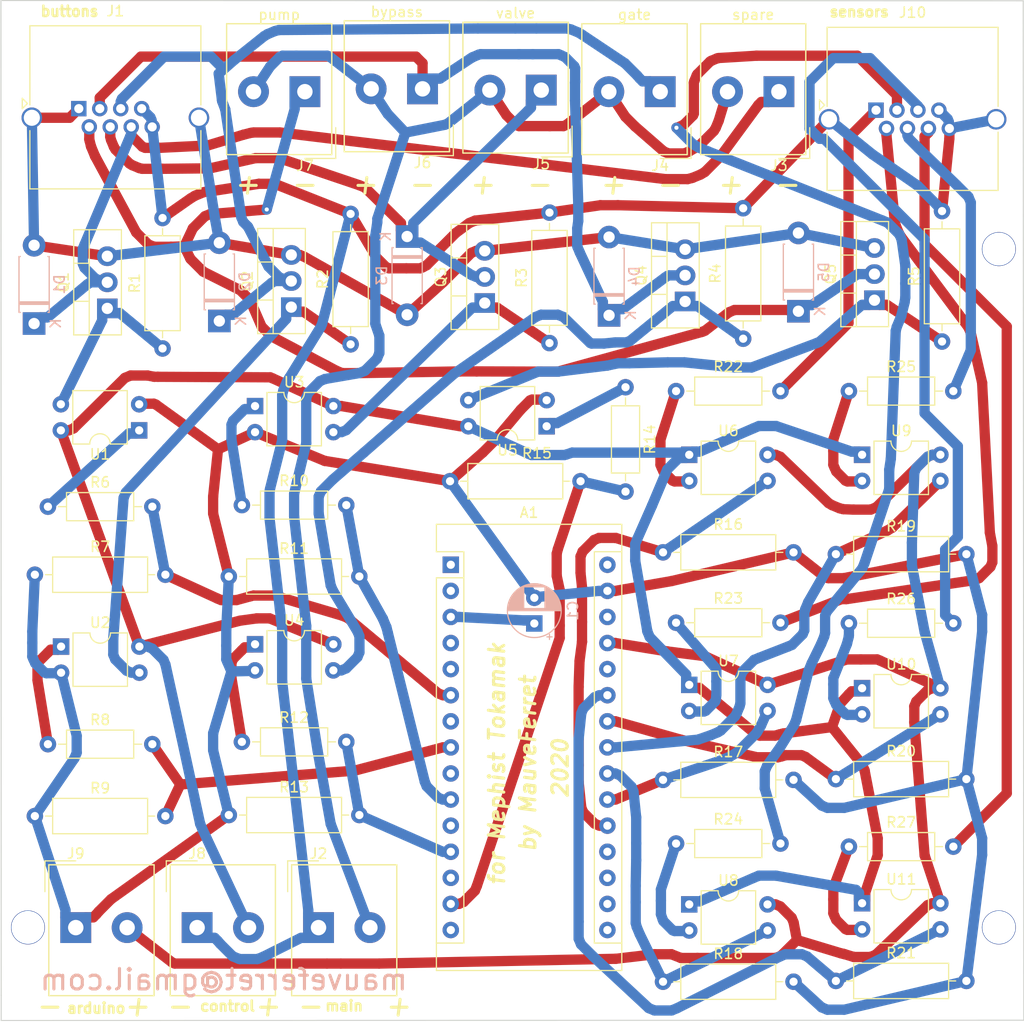
<source format=kicad_pcb>
(kicad_pcb (version 20171130) (host pcbnew "(5.1.5)-3")
  (layers (0 F.Cu signal) (31 B.Cu signal) (34 B.Paste user) (35 F.Paste user) (36 B.SilkS user) (37 F.SilkS user) (38 B.Mask user) (39 F.Mask user) (44 Edge.Cuts user))
  (net 0 "")
  (net 1 "Net-(A1-Pad16)")
  (net 2 "Net-(A1-Pad15)")
  (net 3 "Net-(A1-Pad30)")
  (net 4 "Net-(A1-Pad14)")
  (net 5 "Net-(A1-Pad29)")
  (net 6 "Net-(A1-Pad13)")
  (net 7 "Net-(A1-Pad28)")
  (net 8 "Net-(A1-Pad12)")
  (net 9 "Net-(A1-Pad27)")
  (net 10 "Net-(A1-Pad11)")
  (net 11 "Net-(A1-Pad26)")
  (net 12 "Net-(A1-Pad10)")
  (net 13 "Net-(A1-Pad25)")
  (net 14 "Net-(A1-Pad9)")
  (net 15 "Net-(A1-Pad24)")
  (net 16 "Net-(A1-Pad8)")
  (net 17 "Net-(A1-Pad23)")
  (net 18 "Net-(A1-Pad7)")
  (net 19 "Net-(A1-Pad22)")
  (net 20 "Net-(A1-Pad6)")
  (net 21 "Net-(A1-Pad21)")
  (net 22 "Net-(A1-Pad5)")
  (net 23 "Net-(A1-Pad20)")
  (net 24 "Net-(A1-Pad4)")
  (net 25 "Net-(A1-Pad19)")
  (net 26 "Net-(A1-Pad3)")
  (net 27 "Net-(A1-Pad18)")
  (net 28 "Net-(A1-Pad2)")
  (net 29 "Net-(A1-Pad17)")
  (net 30 "Net-(A1-Pad1)")
  (net 31 "Net-(D1-Pad2)")
  (net 32 "Net-(D1-Pad1)")
  (net 33 "Net-(D2-Pad1)")
  (net 34 "Net-(D3-Pad1)")
  (net 35 "Net-(D4-Pad1)")
  (net 36 "Net-(J2-Pad2)")
  (net 37 "Net-(Q1-Pad1)")
  (net 38 "Net-(Q2-Pad1)")
  (net 39 "Net-(Q3-Pad1)")
  (net 40 "Net-(Q4-Pad1)")
  (net 41 "Net-(R22-Pad1)")
  (net 42 "Net-(R23-Pad1)")
  (net 43 "Net-(R24-Pad1)")
  (net 44 "Net-(D5-Pad1)")
  (net 45 "Net-(J1-Pad7)")
  (net 46 "Net-(J8-Pad2)")
  (net 47 "Net-(J10-Pad6)")
  (net 48 "Net-(J10-Pad4)")
  (net 49 "Net-(J10-Pad2)")
  (net 50 "Net-(J10-Pad5)")
  (net 51 "Net-(J10-Pad3)")
  (net 52 "Net-(J10-Pad1)")
  (net 53 "Net-(Q5-Pad1)")
  (net 54 "Net-(R6-Pad1)")
  (net 55 "Net-(R8-Pad1)")
  (net 56 "Net-(R10-Pad1)")
  (net 57 "Net-(R12-Pad1)")
  (net 58 "Net-(R14-Pad1)")
  (net 59 "Net-(R25-Pad1)")
  (net 60 "Net-(R26-Pad1)")
  (net 61 "Net-(R27-Pad1)")
  (module Connector_RJ:RJ45_Amphenol_RJHSE5380 (layer F.Cu) (at 158.725 62.675)
    (fp_text reference J10 (at 3.56 -9.5) (layer F.SilkS))
    (fp_text value 8P8C_Shielded_relays)
    (pad SH thru_hole circle (at -4.57 0.89) (size 2 2) (drill 1.57) (layers *.Cu *.Mask) (net 45 "Net-(J1-Pad7)"))
    (pad SH thru_hole circle (at 11.69 0.89) (size 2 2) (drill 1.57) (layers *.Cu *.Mask) (net 45 "Net-(J1-Pad7)"))
    (pad "" np_thru_hole circle (at 9.91 -2.54) (size 3.25 3.25) (drill 3.25) (layers *.Cu *.Mask))
    (pad "" np_thru_hole circle (at -2.79 -2.54) (size 3.25 3.25) (drill 3.25) (layers *.Cu *.Mask))
    (pad 8 thru_hole circle (at 7.14 1.78) (size 1.5 1.5) (drill 0.89) (layers *.Cu *.Mask) (net 45 "Net-(J1-Pad7)"))
    (pad 6 thru_hole circle (at 5.1 1.78) (size 1.5 1.5) (drill 0.89) (layers *.Cu *.Mask) (net 47 "Net-(J10-Pad6)"))
    (pad 4 thru_hole circle (at 3.06 1.78) (size 1.5 1.5) (drill 0.89) (layers *.Cu *.Mask) (net 48 "Net-(J10-Pad4)"))
    (pad 2 thru_hole circle (at 1.02 1.78) (size 1.5 1.5) (drill 0.89) (layers *.Cu *.Mask) (net 49 "Net-(J10-Pad2)"))
    (pad 7 thru_hole circle (at 6.12 0) (size 1.5 1.5) (drill 0.89) (layers *.Cu *.Mask) (net 45 "Net-(J1-Pad7)"))
    (pad 5 thru_hole circle (at 4.08 0) (size 1.5 1.5) (drill 0.89) (layers *.Cu *.Mask) (net 50 "Net-(J10-Pad5)"))
    (pad 3 thru_hole circle (at 2.04 0) (size 1.5 1.5) (drill 0.89) (layers *.Cu *.Mask) (net 51 "Net-(J10-Pad3)"))
    (pad 1 thru_hole rect (at 0 0) (size 1.5 1.5) (drill 0.89) (layers *.Cu *.Mask) (net 52 "Net-(J10-Pad1)"))
  )
  (module Package_DIP:DIP-4_W7.62mm (layer F.Cu) (at 126.675 93.45 180)
    (fp_text reference U5 (at 3.81 -2.33) (layer F.SilkS))
    (fp_text value PC817)
    (pad 4 thru_hole oval (at 7.62 0 180) (size 1.6 1.6) (drill 0.8) (layers *.Cu *.Mask) (net 46 "Net-(J8-Pad2)"))
    (pad 2 thru_hole oval (at 0 2.54 180) (size 1.6 1.6) (drill 0.8) (layers *.Cu *.Mask) (net 5 "Net-(A1-Pad29)"))
    (pad 3 thru_hole oval (at 7.62 2.54 180) (size 1.6 1.6) (drill 0.8) (layers *.Cu *.Mask) (net 53 "Net-(Q5-Pad1)"))
    (pad 1 thru_hole rect (at 0 0 180) (size 1.6 1.6) (drill 0.8) (layers *.Cu *.Mask) (net 58 "Net-(R14-Pad1)"))
  )
  (module Resistor_THT:R_Axial_DIN0309_L9.0mm_D3.2mm_P12.70mm_Horizontal (layer F.Cu) (at 117.275 98.8)
    (fp_text reference R15 (at 8.455 -2.72) (layer F.SilkS))
    (fp_text value 10k)
    (pad 2 thru_hole oval (at 12.7 0) (size 1.6 1.6) (drill 0.8) (layers *.Cu *.Mask) (net 4 "Net-(A1-Pad14)"))
    (pad 1 thru_hole circle (at 0 0) (size 1.6 1.6) (drill 0.8) (layers *.Cu *.Mask) (net 5 "Net-(A1-Pad29)"))
  )
  (module Resistor_THT:R_Axial_DIN0207_L6.3mm_D2.5mm_P10.16mm_Horizontal (layer F.Cu) (at 134.35 89.65 270)
    (fp_text reference R14 (at 5.08 -2.37 90) (layer F.SilkS))
    (fp_text value 100)
    (pad 2 thru_hole oval (at 10.16 0 270) (size 1.6 1.6) (drill 0.8) (layers *.Cu *.Mask) (net 4 "Net-(A1-Pad14)"))
    (pad 1 thru_hole circle (at 0 0 270) (size 1.6 1.6) (drill 0.8) (layers *.Cu *.Mask) (net 58 "Net-(R14-Pad1)"))
  )
  (module Resistor_THT:R_Axial_DIN0309_L9.0mm_D3.2mm_P12.70mm_Horizontal (layer F.Cu) (at 165.15 85.2 90)
    (fp_text reference R5 (at 6.35 -2.72 90) (layer F.SilkS))
    (fp_text value 10k)
    (pad 2 thru_hole oval (at 12.7 0 90) (size 1.6 1.6) (drill 0.8) (layers *.Cu *.Mask) (net 45 "Net-(J1-Pad7)"))
    (pad 1 thru_hole circle (at 0 0 90) (size 1.6 1.6) (drill 0.8) (layers *.Cu *.Mask) (net 53 "Net-(Q5-Pad1)"))
  )
  (module Package_TO_SOT_THT:TO-220-3_Vertical (layer F.Cu) (at 158.575 81.175 90)
    (fp_text reference Q5 (at 2.54 -4.27 90) (layer F.SilkS))
    (fp_text value IRF740)
    (pad 3 thru_hole oval (at 5.08 0 90) (size 1.905 2) (drill 1.1) (layers *.Cu *.Mask) (net 31 "Net-(D1-Pad2)"))
    (pad 2 thru_hole oval (at 2.54 0 90) (size 1.905 2) (drill 1.1) (layers *.Cu *.Mask) (net 44 "Net-(D5-Pad1)"))
    (pad 1 thru_hole rect (at 0 0 90) (size 1.905 2) (drill 1.1) (layers *.Cu *.Mask) (net 53 "Net-(Q5-Pad1)"))
  )
  (module TerminalBlock_Altech:Altech_AK300_1x02_P5.00mm_45-Degree (layer F.Cu) (at 103.15 60.875 180)
    (fp_text reference J7 (at 0 -7.2) (layer F.SilkS))
    (fp_text value pump (at 2.5 7.5) (layer F.SilkS))
    (pad 2 thru_hole circle (at 5 0 180) (size 3 3) (drill 1.5) (layers *.Cu *.Mask) (net 36 "Net-(J2-Pad2)"))
    (pad 1 thru_hole rect (at 0 0 180) (size 3 3) (drill 1.5) (layers *.Cu *.Mask) (net 44 "Net-(D5-Pad1)"))
  )
  (module Diode_THT:D_DO-41_SOD81_P7.62mm_Horizontal (layer B.Cu) (at 151.175 82.25 90)
    (fp_text reference D5 (at 3.81 2.47 90) (layer B.SilkS) (effects (justify mirror)))
    (fp_text value 1N4001)
    (fp_text user K (at 0 2.1 90) (layer B.SilkS) (effects (justify mirror)))
    (pad 2 thru_hole oval (at 7.62 0 90) (size 2.2 2.2) (drill 1.1) (layers *.Cu *.Mask) (net 31 "Net-(D1-Pad2)"))
    (pad 1 thru_hole rect (at 0 0 90) (size 2.2 2.2) (drill 1.1) (layers *.Cu *.Mask) (net 44 "Net-(D5-Pad1)"))
  )
  (module TerminalBlock_Altech:Altech_AK300_1x02_P5.00mm_45-Degree (layer F.Cu) (at 80.854 142.259)
    (fp_text reference J9 (at 0 -7.2) (layer F.SilkS))
    (fp_text value "Arduino Power Supply")
    (pad 2 thru_hole circle (at 5 0) (size 3 3) (drill 1.5) (layers *.Cu *.Mask) (net 9 "Net-(A1-Pad27)"))
    (pad 1 thru_hole rect (at 0 0) (size 3 3) (drill 1.5) (layers *.Cu *.Mask) (net 5 "Net-(A1-Pad29)"))
  )
  (module TerminalBlock_Altech:Altech_AK300_1x02_P5.00mm_45-Degree (layer F.Cu) (at 92.665 142.259)
    (fp_text reference J8 (at 0 -7.2) (layer F.SilkS))
    (fp_text value "Control Power Supply (>4V)")
    (pad 2 thru_hole circle (at 5 0) (size 3 3) (drill 1.5) (layers *.Cu *.Mask) (net 46 "Net-(J8-Pad2)"))
    (pad 1 thru_hole rect (at 0 0) (size 3 3) (drill 1.5) (layers *.Cu *.Mask) (net 45 "Net-(J1-Pad7)"))
  )
  (module TerminalBlock_Altech:Altech_AK300_1x02_P5.00mm_45-Degree (layer F.Cu) (at 114.6 60.6 180)
    (fp_text reference J6 (at 0 -7.2) (layer F.SilkS))
    (fp_text value bypass (at 2.5 7.5) (layer F.SilkS))
    (pad 2 thru_hole circle (at 5 0 180) (size 3 3) (drill 1.5) (layers *.Cu *.Mask) (net 36 "Net-(J2-Pad2)"))
    (pad 1 thru_hole rect (at 0 0 180) (size 3 3) (drill 1.5) (layers *.Cu *.Mask) (net 35 "Net-(D4-Pad1)"))
  )
  (module TerminalBlock_Altech:Altech_AK300_1x02_P5.00mm_45-Degree (layer F.Cu) (at 126.15 60.725 180)
    (fp_text reference J5 (at 0 -7.2) (layer F.SilkS))
    (fp_text value valve (at 2.5 7.5) (layer F.SilkS))
    (pad 2 thru_hole circle (at 5 0 180) (size 3 3) (drill 1.5) (layers *.Cu *.Mask) (net 36 "Net-(J2-Pad2)"))
    (pad 1 thru_hole rect (at 0 0 180) (size 3 3) (drill 1.5) (layers *.Cu *.Mask) (net 34 "Net-(D3-Pad1)"))
  )
  (module TerminalBlock_Altech:Altech_AK300_1x02_P5.00mm_45-Degree (layer F.Cu) (at 137.725 60.875 180)
    (fp_text reference J4 (at 0 -7.2) (layer F.SilkS))
    (fp_text value gate (at 2.5 7.5) (layer F.SilkS))
    (pad 2 thru_hole circle (at 5 0 180) (size 3 3) (drill 1.5) (layers *.Cu *.Mask) (net 36 "Net-(J2-Pad2)"))
    (pad 1 thru_hole rect (at 0 0 180) (size 3 3) (drill 1.5) (layers *.Cu *.Mask) (net 33 "Net-(D2-Pad1)"))
  )
  (module TerminalBlock_Altech:Altech_AK300_1x02_P5.00mm_45-Degree (layer F.Cu) (at 149.275 60.875 180)
    (fp_text reference J3 (at 0 -7.2) (layer F.SilkS))
    (fp_text value spare (at 2.5 7.5) (layer F.SilkS))
    (pad 2 thru_hole circle (at 5 0 180) (size 3 3) (drill 1.5) (layers *.Cu *.Mask) (net 36 "Net-(J2-Pad2)"))
    (pad 1 thru_hole rect (at 0 0 180) (size 3 3) (drill 1.5) (layers *.Cu *.Mask) (net 32 "Net-(D1-Pad1)"))
  )
  (module TerminalBlock_Altech:Altech_AK300_1x02_P5.00mm_45-Degree (layer F.Cu) (at 104.476 142.259)
    (fp_text reference J2 (at 0 -7.2) (layer F.SilkS))
    (fp_text value "Main Power Supply ")
    (pad 2 thru_hole circle (at 5 0) (size 3 3) (drill 1.5) (layers *.Cu *.Mask) (net 36 "Net-(J2-Pad2)"))
    (pad 1 thru_hole rect (at 0 0) (size 3 3) (drill 1.5) (layers *.Cu *.Mask) (net 45 "Net-(J1-Pad7)"))
  )
  (module Package_DIP:DIP-4_W7.62mm (layer F.Cu) (at 157.37 139.885)
    (fp_text reference U11 (at 3.81 -2.33) (layer F.SilkS))
    (fp_text value PC817)
    (pad 4 thru_hole oval (at 7.62 0) (size 1.6 1.6) (drill 0.8) (layers *.Cu *.Mask) (net 9 "Net-(A1-Pad27)"))
    (pad 2 thru_hole oval (at 0 2.54) (size 1.6 1.6) (drill 0.8) (layers *.Cu *.Mask) (net 61 "Net-(R27-Pad1)"))
    (pad 3 thru_hole oval (at 7.62 2.54) (size 1.6 1.6) (drill 0.8) (layers *.Cu *.Mask) (net 13 "Net-(A1-Pad25)"))
    (pad 1 thru_hole rect (at 0 0) (size 1.6 1.6) (drill 0.8) (layers *.Cu *.Mask) (net 46 "Net-(J8-Pad2)"))
  )
  (module Package_DIP:DIP-4_W7.62mm (layer F.Cu) (at 157.37 118.95)
    (fp_text reference U10 (at 3.81 -2.33) (layer F.SilkS))
    (fp_text value PC817)
    (pad 4 thru_hole oval (at 7.62 0) (size 1.6 1.6) (drill 0.8) (layers *.Cu *.Mask) (net 9 "Net-(A1-Pad27)"))
    (pad 2 thru_hole oval (at 0 2.54) (size 1.6 1.6) (drill 0.8) (layers *.Cu *.Mask) (net 60 "Net-(R26-Pad1)"))
    (pad 3 thru_hole oval (at 7.62 2.54) (size 1.6 1.6) (drill 0.8) (layers *.Cu *.Mask) (net 15 "Net-(A1-Pad24)"))
    (pad 1 thru_hole rect (at 0 0) (size 1.6 1.6) (drill 0.8) (layers *.Cu *.Mask) (net 46 "Net-(J8-Pad2)"))
  )
  (module Package_DIP:DIP-4_W7.62mm (layer F.Cu) (at 157.37 96.225)
    (fp_text reference U9 (at 3.81 -2.33) (layer F.SilkS))
    (fp_text value PC817)
    (pad 4 thru_hole oval (at 7.62 0) (size 1.6 1.6) (drill 0.8) (layers *.Cu *.Mask) (net 9 "Net-(A1-Pad27)"))
    (pad 2 thru_hole oval (at 0 2.54) (size 1.6 1.6) (drill 0.8) (layers *.Cu *.Mask) (net 59 "Net-(R25-Pad1)"))
    (pad 3 thru_hole oval (at 7.62 2.54) (size 1.6 1.6) (drill 0.8) (layers *.Cu *.Mask) (net 17 "Net-(A1-Pad23)"))
    (pad 1 thru_hole rect (at 0 0) (size 1.6 1.6) (drill 0.8) (layers *.Cu *.Mask) (net 46 "Net-(J8-Pad2)"))
  )
  (module Package_DIP:DIP-4_W7.62mm (layer F.Cu) (at 140.55 140)
    (fp_text reference U8 (at 3.81 -2.33) (layer F.SilkS))
    (fp_text value PC817)
    (pad 4 thru_hole oval (at 7.62 0) (size 1.6 1.6) (drill 0.8) (layers *.Cu *.Mask) (net 9 "Net-(A1-Pad27)"))
    (pad 2 thru_hole oval (at 0 2.54) (size 1.6 1.6) (drill 0.8) (layers *.Cu *.Mask) (net 43 "Net-(R24-Pad1)"))
    (pad 3 thru_hole oval (at 7.62 2.54) (size 1.6 1.6) (drill 0.8) (layers *.Cu *.Mask) (net 19 "Net-(A1-Pad22)"))
    (pad 1 thru_hole rect (at 0 0) (size 1.6 1.6) (drill 0.8) (layers *.Cu *.Mask) (net 46 "Net-(J8-Pad2)"))
  )
  (module Package_DIP:DIP-4_W7.62mm (layer F.Cu) (at 140.55 118.625)
    (fp_text reference U7 (at 3.81 -2.33) (layer F.SilkS))
    (fp_text value PC817)
    (pad 4 thru_hole oval (at 7.62 0) (size 1.6 1.6) (drill 0.8) (layers *.Cu *.Mask) (net 9 "Net-(A1-Pad27)"))
    (pad 2 thru_hole oval (at 0 2.54) (size 1.6 1.6) (drill 0.8) (layers *.Cu *.Mask) (net 42 "Net-(R23-Pad1)"))
    (pad 3 thru_hole oval (at 7.62 2.54) (size 1.6 1.6) (drill 0.8) (layers *.Cu *.Mask) (net 21 "Net-(A1-Pad21)"))
    (pad 1 thru_hole rect (at 0 0) (size 1.6 1.6) (drill 0.8) (layers *.Cu *.Mask) (net 46 "Net-(J8-Pad2)"))
  )
  (module Package_DIP:DIP-4_W7.62mm (layer F.Cu) (at 140.55 96.225)
    (fp_text reference U6 (at 3.81 -2.33) (layer F.SilkS))
    (fp_text value PC817)
    (pad 4 thru_hole oval (at 7.62 0) (size 1.6 1.6) (drill 0.8) (layers *.Cu *.Mask) (net 9 "Net-(A1-Pad27)"))
    (pad 2 thru_hole oval (at 0 2.54) (size 1.6 1.6) (drill 0.8) (layers *.Cu *.Mask) (net 41 "Net-(R22-Pad1)"))
    (pad 3 thru_hole oval (at 7.62 2.54) (size 1.6 1.6) (drill 0.8) (layers *.Cu *.Mask) (net 23 "Net-(A1-Pad20)"))
    (pad 1 thru_hole rect (at 0 0) (size 1.6 1.6) (drill 0.8) (layers *.Cu *.Mask) (net 46 "Net-(J8-Pad2)"))
  )
  (module Package_DIP:DIP-4_W7.62mm (layer F.Cu) (at 98.3 114.675)
    (fp_text reference U4 (at 3.81 -2.33) (layer F.SilkS))
    (fp_text value PC817)
    (pad 4 thru_hole oval (at 7.62 0) (size 1.6 1.6) (drill 0.8) (layers *.Cu *.Mask) (net 46 "Net-(J8-Pad2)"))
    (pad 2 thru_hole oval (at 0 2.54) (size 1.6 1.6) (drill 0.8) (layers *.Cu *.Mask) (net 5 "Net-(A1-Pad29)"))
    (pad 3 thru_hole oval (at 7.62 2.54) (size 1.6 1.6) (drill 0.8) (layers *.Cu *.Mask) (net 40 "Net-(Q4-Pad1)"))
    (pad 1 thru_hole rect (at 0 0) (size 1.6 1.6) (drill 0.8) (layers *.Cu *.Mask) (net 57 "Net-(R12-Pad1)"))
  )
  (module Package_DIP:DIP-4_W7.62mm (layer F.Cu) (at 98.3 91.485)
    (fp_text reference U3 (at 3.81 -2.33) (layer F.SilkS))
    (fp_text value PC817)
    (pad 4 thru_hole oval (at 7.62 0) (size 1.6 1.6) (drill 0.8) (layers *.Cu *.Mask) (net 46 "Net-(J8-Pad2)"))
    (pad 2 thru_hole oval (at 0 2.54) (size 1.6 1.6) (drill 0.8) (layers *.Cu *.Mask) (net 5 "Net-(A1-Pad29)"))
    (pad 3 thru_hole oval (at 7.62 2.54) (size 1.6 1.6) (drill 0.8) (layers *.Cu *.Mask) (net 39 "Net-(Q3-Pad1)"))
    (pad 1 thru_hole rect (at 0 0) (size 1.6 1.6) (drill 0.8) (layers *.Cu *.Mask) (net 56 "Net-(R10-Pad1)"))
  )
  (module Package_DIP:DIP-4_W7.62mm (layer F.Cu) (at 79.425 114.9)
    (fp_text reference U2 (at 3.81 -2.33) (layer F.SilkS))
    (fp_text value PC817)
    (pad 4 thru_hole oval (at 7.62 0) (size 1.6 1.6) (drill 0.8) (layers *.Cu *.Mask) (net 46 "Net-(J8-Pad2)"))
    (pad 2 thru_hole oval (at 0 2.54) (size 1.6 1.6) (drill 0.8) (layers *.Cu *.Mask) (net 5 "Net-(A1-Pad29)"))
    (pad 3 thru_hole oval (at 7.62 2.54) (size 1.6 1.6) (drill 0.8) (layers *.Cu *.Mask) (net 38 "Net-(Q2-Pad1)"))
    (pad 1 thru_hole rect (at 0 0) (size 1.6 1.6) (drill 0.8) (layers *.Cu *.Mask) (net 55 "Net-(R8-Pad1)"))
  )
  (module Package_DIP:DIP-4_W7.62mm (layer F.Cu) (at 87.025 93.849 180)
    (fp_text reference U1 (at 3.81 -2.33) (layer F.SilkS))
    (fp_text value PC817)
    (pad 4 thru_hole oval (at 7.62 0 180) (size 1.6 1.6) (drill 0.8) (layers *.Cu *.Mask) (net 46 "Net-(J8-Pad2)"))
    (pad 2 thru_hole oval (at 0 2.54 180) (size 1.6 1.6) (drill 0.8) (layers *.Cu *.Mask) (net 5 "Net-(A1-Pad29)"))
    (pad 3 thru_hole oval (at 7.62 2.54 180) (size 1.6 1.6) (drill 0.8) (layers *.Cu *.Mask) (net 37 "Net-(Q1-Pad1)"))
    (pad 1 thru_hole rect (at 0 0 180) (size 1.6 1.6) (drill 0.8) (layers *.Cu *.Mask) (net 54 "Net-(R6-Pad1)"))
  )
  (module Resistor_THT:R_Axial_DIN0207_L6.3mm_D2.5mm_P10.16mm_Horizontal (layer F.Cu) (at 156.09 134.375)
    (fp_text reference R27 (at 5.08 -2.37) (layer F.SilkS))
    (fp_text value 100)
    (pad 2 thru_hole oval (at 10.16 0) (size 1.6 1.6) (drill 0.8) (layers *.Cu *.Mask) (net 47 "Net-(J10-Pad6)"))
    (pad 1 thru_hole circle (at 0 0) (size 1.6 1.6) (drill 0.8) (layers *.Cu *.Mask) (net 61 "Net-(R27-Pad1)"))
  )
  (module Resistor_THT:R_Axial_DIN0207_L6.3mm_D2.5mm_P10.16mm_Horizontal (layer F.Cu) (at 156.09 112.625)
    (fp_text reference R26 (at 5.08 -2.37) (layer F.SilkS))
    (fp_text value 100)
    (pad 2 thru_hole oval (at 10.16 0) (size 1.6 1.6) (drill 0.8) (layers *.Cu *.Mask) (net 50 "Net-(J10-Pad5)"))
    (pad 1 thru_hole circle (at 0 0) (size 1.6 1.6) (drill 0.8) (layers *.Cu *.Mask) (net 60 "Net-(R26-Pad1)"))
  )
  (module Resistor_THT:R_Axial_DIN0207_L6.3mm_D2.5mm_P10.16mm_Horizontal (layer F.Cu) (at 156.09 90.025)
    (fp_text reference R25 (at 5.08 -2.37) (layer F.SilkS))
    (fp_text value 100)
    (pad 2 thru_hole oval (at 10.16 0) (size 1.6 1.6) (drill 0.8) (layers *.Cu *.Mask) (net 48 "Net-(J10-Pad4)"))
    (pad 1 thru_hole circle (at 0 0) (size 1.6 1.6) (drill 0.8) (layers *.Cu *.Mask) (net 59 "Net-(R25-Pad1)"))
  )
  (module Resistor_THT:R_Axial_DIN0207_L6.3mm_D2.5mm_P10.16mm_Horizontal (layer F.Cu) (at 139.27 134.075)
    (fp_text reference R24 (at 5.08 -2.37) (layer F.SilkS))
    (fp_text value 100)
    (pad 2 thru_hole oval (at 10.16 0) (size 1.6 1.6) (drill 0.8) (layers *.Cu *.Mask) (net 51 "Net-(J10-Pad3)"))
    (pad 1 thru_hole circle (at 0 0) (size 1.6 1.6) (drill 0.8) (layers *.Cu *.Mask) (net 43 "Net-(R24-Pad1)"))
  )
  (module Resistor_THT:R_Axial_DIN0207_L6.3mm_D2.5mm_P10.16mm_Horizontal (layer F.Cu) (at 139.27 112.575)
    (fp_text reference R23 (at 5.08 -2.37) (layer F.SilkS))
    (fp_text value 100)
    (pad 2 thru_hole oval (at 10.16 0) (size 1.6 1.6) (drill 0.8) (layers *.Cu *.Mask) (net 49 "Net-(J10-Pad2)"))
    (pad 1 thru_hole circle (at 0 0) (size 1.6 1.6) (drill 0.8) (layers *.Cu *.Mask) (net 42 "Net-(R23-Pad1)"))
  )
  (module Resistor_THT:R_Axial_DIN0207_L6.3mm_D2.5mm_P10.16mm_Horizontal (layer F.Cu) (at 139.27 90.025)
    (fp_text reference R22 (at 5.08 -2.37) (layer F.SilkS))
    (fp_text value 100)
    (pad 2 thru_hole oval (at 10.16 0) (size 1.6 1.6) (drill 0.8) (layers *.Cu *.Mask) (net 52 "Net-(J10-Pad1)"))
    (pad 1 thru_hole circle (at 0 0) (size 1.6 1.6) (drill 0.8) (layers *.Cu *.Mask) (net 41 "Net-(R22-Pad1)"))
  )
  (module Resistor_THT:R_Axial_DIN0309_L9.0mm_D3.2mm_P12.70mm_Horizontal (layer F.Cu) (at 154.82 147.45)
    (fp_text reference R21 (at 6.35 -2.72) (layer F.SilkS))
    (fp_text value 10k)
    (pad 2 thru_hole oval (at 12.7 0) (size 1.6 1.6) (drill 0.8) (layers *.Cu *.Mask) (net 5 "Net-(A1-Pad29)"))
    (pad 1 thru_hole circle (at 0 0) (size 1.6 1.6) (drill 0.8) (layers *.Cu *.Mask) (net 13 "Net-(A1-Pad25)"))
  )
  (module Resistor_THT:R_Axial_DIN0309_L9.0mm_D3.2mm_P12.70mm_Horizontal (layer F.Cu) (at 154.82 127.8)
    (fp_text reference R20 (at 6.35 -2.72) (layer F.SilkS))
    (fp_text value 10k)
    (pad 2 thru_hole oval (at 12.7 0) (size 1.6 1.6) (drill 0.8) (layers *.Cu *.Mask) (net 5 "Net-(A1-Pad29)"))
    (pad 1 thru_hole circle (at 0 0) (size 1.6 1.6) (drill 0.8) (layers *.Cu *.Mask) (net 15 "Net-(A1-Pad24)"))
  )
  (module Resistor_THT:R_Axial_DIN0309_L9.0mm_D3.2mm_P12.70mm_Horizontal (layer F.Cu) (at 154.82 105.9)
    (fp_text reference R19 (at 6.35 -2.72) (layer F.SilkS))
    (fp_text value 10k)
    (pad 2 thru_hole oval (at 12.7 0) (size 1.6 1.6) (drill 0.8) (layers *.Cu *.Mask) (net 5 "Net-(A1-Pad29)"))
    (pad 1 thru_hole circle (at 0 0) (size 1.6 1.6) (drill 0.8) (layers *.Cu *.Mask) (net 17 "Net-(A1-Pad23)"))
  )
  (module Resistor_THT:R_Axial_DIN0309_L9.0mm_D3.2mm_P12.70mm_Horizontal (layer F.Cu) (at 138 147.525)
    (fp_text reference R18 (at 6.35 -2.72) (layer F.SilkS))
    (fp_text value 10k)
    (pad 2 thru_hole oval (at 12.7 0) (size 1.6 1.6) (drill 0.8) (layers *.Cu *.Mask) (net 5 "Net-(A1-Pad29)"))
    (pad 1 thru_hole circle (at 0 0) (size 1.6 1.6) (drill 0.8) (layers *.Cu *.Mask) (net 19 "Net-(A1-Pad22)"))
  )
  (module Resistor_THT:R_Axial_DIN0309_L9.0mm_D3.2mm_P12.70mm_Horizontal (layer F.Cu) (at 138 127.875)
    (fp_text reference R17 (at 6.35 -2.72) (layer F.SilkS))
    (fp_text value 10k)
    (pad 2 thru_hole oval (at 12.7 0) (size 1.6 1.6) (drill 0.8) (layers *.Cu *.Mask) (net 5 "Net-(A1-Pad29)"))
    (pad 1 thru_hole circle (at 0 0) (size 1.6 1.6) (drill 0.8) (layers *.Cu *.Mask) (net 21 "Net-(A1-Pad21)"))
  )
  (module Resistor_THT:R_Axial_DIN0309_L9.0mm_D3.2mm_P12.70mm_Horizontal (layer F.Cu) (at 138 105.725)
    (fp_text reference R16 (at 6.35 -2.72) (layer F.SilkS))
    (fp_text value 10k)
    (pad 2 thru_hole oval (at 12.7 0) (size 1.6 1.6) (drill 0.8) (layers *.Cu *.Mask) (net 5 "Net-(A1-Pad29)"))
    (pad 1 thru_hole circle (at 0 0) (size 1.6 1.6) (drill 0.8) (layers *.Cu *.Mask) (net 23 "Net-(A1-Pad20)"))
  )
  (module Resistor_THT:R_Axial_DIN0309_L9.0mm_D3.2mm_P12.70mm_Horizontal (layer F.Cu) (at 95.75 131.3)
    (fp_text reference R13 (at 6.35 -2.72) (layer F.SilkS))
    (fp_text value 10k)
    (pad 2 thru_hole oval (at 12.7 0) (size 1.6 1.6) (drill 0.8) (layers *.Cu *.Mask) (net 8 "Net-(A1-Pad12)"))
    (pad 1 thru_hole circle (at 0 0) (size 1.6 1.6) (drill 0.8) (layers *.Cu *.Mask) (net 5 "Net-(A1-Pad29)"))
  )
  (module Resistor_THT:R_Axial_DIN0207_L6.3mm_D2.5mm_P10.16mm_Horizontal (layer F.Cu) (at 97.02 124.175)
    (fp_text reference R12 (at 5.08 -2.37) (layer F.SilkS))
    (fp_text value 100)
    (pad 2 thru_hole oval (at 10.16 0) (size 1.6 1.6) (drill 0.8) (layers *.Cu *.Mask) (net 8 "Net-(A1-Pad12)"))
    (pad 1 thru_hole circle (at 0 0) (size 1.6 1.6) (drill 0.8) (layers *.Cu *.Mask) (net 57 "Net-(R12-Pad1)"))
  )
  (module Resistor_THT:R_Axial_DIN0309_L9.0mm_D3.2mm_P12.70mm_Horizontal (layer F.Cu) (at 95.75 108.075)
    (fp_text reference R11 (at 6.35 -2.72) (layer F.SilkS))
    (fp_text value 10k)
    (pad 2 thru_hole oval (at 12.7 0) (size 1.6 1.6) (drill 0.8) (layers *.Cu *.Mask) (net 12 "Net-(A1-Pad10)"))
    (pad 1 thru_hole circle (at 0 0) (size 1.6 1.6) (drill 0.8) (layers *.Cu *.Mask) (net 5 "Net-(A1-Pad29)"))
  )
  (module Resistor_THT:R_Axial_DIN0207_L6.3mm_D2.5mm_P10.16mm_Horizontal (layer F.Cu) (at 97.02 101.125)
    (fp_text reference R10 (at 5.08 -2.37) (layer F.SilkS))
    (fp_text value 100)
    (pad 2 thru_hole oval (at 10.16 0) (size 1.6 1.6) (drill 0.8) (layers *.Cu *.Mask) (net 12 "Net-(A1-Pad10)"))
    (pad 1 thru_hole circle (at 0 0) (size 1.6 1.6) (drill 0.8) (layers *.Cu *.Mask) (net 56 "Net-(R10-Pad1)"))
  )
  (module Resistor_THT:R_Axial_DIN0309_L9.0mm_D3.2mm_P12.70mm_Horizontal (layer F.Cu) (at 76.875 131.4)
    (fp_text reference R9 (at 6.35 -2.72) (layer F.SilkS))
    (fp_text value 10k)
    (pad 2 thru_hole oval (at 12.7 0) (size 1.6 1.6) (drill 0.8) (layers *.Cu *.Mask) (net 16 "Net-(A1-Pad8)"))
    (pad 1 thru_hole circle (at 0 0) (size 1.6 1.6) (drill 0.8) (layers *.Cu *.Mask) (net 5 "Net-(A1-Pad29)"))
  )
  (module Resistor_THT:R_Axial_DIN0207_L6.3mm_D2.5mm_P10.16mm_Horizontal (layer F.Cu) (at 78.145 124.4)
    (fp_text reference R8 (at 5.08 -2.37) (layer F.SilkS))
    (fp_text value 100)
    (pad 2 thru_hole oval (at 10.16 0) (size 1.6 1.6) (drill 0.8) (layers *.Cu *.Mask) (net 16 "Net-(A1-Pad8)"))
    (pad 1 thru_hole circle (at 0 0) (size 1.6 1.6) (drill 0.8) (layers *.Cu *.Mask) (net 55 "Net-(R8-Pad1)"))
  )
  (module Resistor_THT:R_Axial_DIN0309_L9.0mm_D3.2mm_P12.70mm_Horizontal (layer F.Cu) (at 76.875 107.9)
    (fp_text reference R7 (at 6.35 -2.72) (layer F.SilkS))
    (fp_text value 10k)
    (pad 2 thru_hole oval (at 12.7 0) (size 1.6 1.6) (drill 0.8) (layers *.Cu *.Mask) (net 20 "Net-(A1-Pad6)"))
    (pad 1 thru_hole circle (at 0 0) (size 1.6 1.6) (drill 0.8) (layers *.Cu *.Mask) (net 5 "Net-(A1-Pad29)"))
  )
  (module Resistor_THT:R_Axial_DIN0207_L6.3mm_D2.5mm_P10.16mm_Horizontal (layer F.Cu) (at 78.145 101.278)
    (fp_text reference R6 (at 5.08 -2.37) (layer F.SilkS))
    (fp_text value 100)
    (pad 2 thru_hole oval (at 10.16 0) (size 1.6 1.6) (drill 0.8) (layers *.Cu *.Mask) (net 20 "Net-(A1-Pad6)"))
    (pad 1 thru_hole circle (at 0 0) (size 1.6 1.6) (drill 0.8) (layers *.Cu *.Mask) (net 54 "Net-(R6-Pad1)"))
  )
  (module Resistor_THT:R_Axial_DIN0309_L9.0mm_D3.2mm_P12.70mm_Horizontal (layer F.Cu) (at 145.8 84.925 90)
    (fp_text reference R4 (at 6.35 -2.72 90) (layer F.SilkS))
    (fp_text value 10k)
    (pad 2 thru_hole oval (at 12.7 0 90) (size 1.6 1.6) (drill 0.8) (layers *.Cu *.Mask) (net 45 "Net-(J1-Pad7)"))
    (pad 1 thru_hole circle (at 0 0 90) (size 1.6 1.6) (drill 0.8) (layers *.Cu *.Mask) (net 40 "Net-(Q4-Pad1)"))
  )
  (module Resistor_THT:R_Axial_DIN0309_L9.0mm_D3.2mm_P12.70mm_Horizontal (layer F.Cu) (at 126.95 85.35 90)
    (fp_text reference R3 (at 6.35 -2.72 90) (layer F.SilkS))
    (fp_text value 10k)
    (pad 2 thru_hole oval (at 12.7 0 90) (size 1.6 1.6) (drill 0.8) (layers *.Cu *.Mask) (net 45 "Net-(J1-Pad7)"))
    (pad 1 thru_hole circle (at 0 0 90) (size 1.6 1.6) (drill 0.8) (layers *.Cu *.Mask) (net 39 "Net-(Q3-Pad1)"))
  )
  (module Resistor_THT:R_Axial_DIN0309_L9.0mm_D3.2mm_P12.70mm_Horizontal (layer F.Cu) (at 107.6 85.475 90)
    (fp_text reference R2 (at 6.35 -2.72 90) (layer F.SilkS))
    (fp_text value 10k)
    (pad 2 thru_hole oval (at 12.7 0 90) (size 1.6 1.6) (drill 0.8) (layers *.Cu *.Mask) (net 45 "Net-(J1-Pad7)"))
    (pad 1 thru_hole circle (at 0 0 90) (size 1.6 1.6) (drill 0.8) (layers *.Cu *.Mask) (net 38 "Net-(Q2-Pad1)"))
  )
  (module Resistor_THT:R_Axial_DIN0309_L9.0mm_D3.2mm_P12.70mm_Horizontal (layer F.Cu) (at 89.3 85.875 90)
    (fp_text reference R1 (at 6.35 -2.72 90) (layer F.SilkS))
    (fp_text value 10k)
    (pad 2 thru_hole oval (at 12.7 0 90) (size 1.6 1.6) (drill 0.8) (layers *.Cu *.Mask) (net 45 "Net-(J1-Pad7)"))
    (pad 1 thru_hole circle (at 0 0 90) (size 1.6 1.6) (drill 0.8) (layers *.Cu *.Mask) (net 37 "Net-(Q1-Pad1)"))
  )
  (module Package_TO_SOT_THT:TO-220-3_Vertical (layer F.Cu) (at 140.15 81.3 90)
    (fp_text reference Q4 (at 2.54 -4.27 90) (layer F.SilkS))
    (fp_text value IRF740)
    (pad 3 thru_hole oval (at 5.08 0 90) (size 1.905 2) (drill 1.1) (layers *.Cu *.Mask) (net 31 "Net-(D1-Pad2)"))
    (pad 2 thru_hole oval (at 2.54 0 90) (size 1.905 2) (drill 1.1) (layers *.Cu *.Mask) (net 35 "Net-(D4-Pad1)"))
    (pad 1 thru_hole rect (at 0 0 90) (size 1.905 2) (drill 1.1) (layers *.Cu *.Mask) (net 40 "Net-(Q4-Pad1)"))
  )
  (module Package_TO_SOT_THT:TO-220-3_Vertical (layer F.Cu) (at 120.65 81.45 90)
    (fp_text reference Q3 (at 2.54 -4.27 90) (layer F.SilkS))
    (fp_text value IRF740)
    (pad 3 thru_hole oval (at 5.08 0 90) (size 1.905 2) (drill 1.1) (layers *.Cu *.Mask) (net 31 "Net-(D1-Pad2)"))
    (pad 2 thru_hole oval (at 2.54 0 90) (size 1.905 2) (drill 1.1) (layers *.Cu *.Mask) (net 34 "Net-(D3-Pad1)"))
    (pad 1 thru_hole rect (at 0 0 90) (size 1.905 2) (drill 1.1) (layers *.Cu *.Mask) (net 39 "Net-(Q3-Pad1)"))
  )
  (module Package_TO_SOT_THT:TO-220-3_Vertical (layer F.Cu) (at 101.825 81.85 90)
    (fp_text reference Q2 (at 2.54 -4.27 90) (layer F.SilkS))
    (fp_text value IRF740)
    (pad 3 thru_hole oval (at 5.08 0 90) (size 1.905 2) (drill 1.1) (layers *.Cu *.Mask) (net 31 "Net-(D1-Pad2)"))
    (pad 2 thru_hole oval (at 2.54 0 90) (size 1.905 2) (drill 1.1) (layers *.Cu *.Mask) (net 33 "Net-(D2-Pad1)"))
    (pad 1 thru_hole rect (at 0 0 90) (size 1.905 2) (drill 1.1) (layers *.Cu *.Mask) (net 38 "Net-(Q2-Pad1)"))
  )
  (module Package_TO_SOT_THT:TO-220-3_Vertical (layer F.Cu) (at 83.925 81.975 90)
    (fp_text reference Q1 (at 2.54 -4.27 90) (layer F.SilkS))
    (fp_text value IRF740)
    (pad 3 thru_hole oval (at 5.08 0 90) (size 1.905 2) (drill 1.1) (layers *.Cu *.Mask) (net 31 "Net-(D1-Pad2)"))
    (pad 2 thru_hole oval (at 2.54 0 90) (size 1.905 2) (drill 1.1) (layers *.Cu *.Mask) (net 32 "Net-(D1-Pad1)"))
    (pad 1 thru_hole rect (at 0 0 90) (size 1.905 2) (drill 1.1) (layers *.Cu *.Mask) (net 37 "Net-(Q1-Pad1)"))
  )
  (module Connector_RJ:RJ45_Amphenol_RJHSE5380 (layer F.Cu) (at 81.15 62.525)
    (fp_text reference J1 (at 3.56 -9.5) (layer F.SilkS))
    (fp_text value 8P8C_Shielded_buttons)
    (pad SH thru_hole circle (at -4.57 0.89) (size 2 2) (drill 1.57) (layers *.Cu *.Mask) (net 31 "Net-(D1-Pad2)"))
    (pad SH thru_hole circle (at 11.69 0.89) (size 2 2) (drill 1.57) (layers *.Cu *.Mask) (net 31 "Net-(D1-Pad2)"))
    (pad "" np_thru_hole circle (at 9.91 -2.54) (size 3.25 3.25) (drill 3.25) (layers *.Cu *.Mask))
    (pad "" np_thru_hole circle (at -2.79 -2.54) (size 3.25 3.25) (drill 3.25) (layers *.Cu *.Mask))
    (pad 8 thru_hole circle (at 7.14 1.78) (size 1.5 1.5) (drill 0.89) (layers *.Cu *.Mask) (net 45 "Net-(J1-Pad7)"))
    (pad 6 thru_hole circle (at 5.1 1.78) (size 1.5 1.5) (drill 0.89) (layers *.Cu *.Mask) (net 32 "Net-(D1-Pad1)"))
    (pad 4 thru_hole circle (at 3.06 1.78) (size 1.5 1.5) (drill 0.89) (layers *.Cu *.Mask) (net 34 "Net-(D3-Pad1)"))
    (pad 2 thru_hole circle (at 1.02 1.78) (size 1.5 1.5) (drill 0.89) (layers *.Cu *.Mask) (net 44 "Net-(D5-Pad1)"))
    (pad 7 thru_hole circle (at 6.12 0) (size 1.5 1.5) (drill 0.89) (layers *.Cu *.Mask) (net 45 "Net-(J1-Pad7)"))
    (pad 5 thru_hole circle (at 4.08 0) (size 1.5 1.5) (drill 0.89) (layers *.Cu *.Mask) (net 33 "Net-(D2-Pad1)"))
    (pad 3 thru_hole circle (at 2.04 0) (size 1.5 1.5) (drill 0.89) (layers *.Cu *.Mask) (net 35 "Net-(D4-Pad1)"))
    (pad 1 thru_hole rect (at 0 0) (size 1.5 1.5) (drill 0.89) (layers *.Cu *.Mask) (net 31 "Net-(D1-Pad2)"))
  )
  (module Diode_THT:D_DO-41_SOD81_P7.62mm_Horizontal (layer B.Cu) (at 132.75 82.65 90)
    (fp_text reference D4 (at 3.81 2.47 270) (layer B.SilkS) (effects (justify mirror)))
    (fp_text value 1N4001)
    (fp_text user K (at 0 2.1 270) (layer B.SilkS) (effects (justify mirror)))
    (pad 2 thru_hole oval (at 7.62 0 90) (size 2.2 2.2) (drill 1.1) (layers *.Cu *.Mask) (net 31 "Net-(D1-Pad2)"))
    (pad 1 thru_hole rect (at 0 0 90) (size 2.2 2.2) (drill 1.1) (layers *.Cu *.Mask) (net 35 "Net-(D4-Pad1)"))
  )
  (module Diode_THT:D_DO-41_SOD81_P7.62mm_Horizontal (layer B.Cu) (at 113.1 74.975 270)
    (fp_text reference D3 (at 3.81 2.47 270) (layer B.SilkS) (effects (justify mirror)))
    (fp_text value 1N4001)
    (fp_text user K (at 0 2.1 270) (layer B.SilkS) (effects (justify mirror)))
    (pad 2 thru_hole oval (at 7.62 0 270) (size 2.2 2.2) (drill 1.1) (layers *.Cu *.Mask) (net 31 "Net-(D1-Pad2)"))
    (pad 1 thru_hole rect (at 0 0 270) (size 2.2 2.2) (drill 1.1) (layers *.Cu *.Mask) (net 34 "Net-(D3-Pad1)"))
  )
  (module Diode_THT:D_DO-41_SOD81_P7.62mm_Horizontal (layer B.Cu) (at 94.825 83.2 90)
    (fp_text reference D2 (at 3.81 2.47 270) (layer B.SilkS) (effects (justify mirror)))
    (fp_text value 1N4001)
    (fp_text user K (at 0 2.1 270) (layer B.SilkS) (effects (justify mirror)))
    (pad 2 thru_hole oval (at 7.62 0 90) (size 2.2 2.2) (drill 1.1) (layers *.Cu *.Mask) (net 31 "Net-(D1-Pad2)"))
    (pad 1 thru_hole rect (at 0 0 90) (size 2.2 2.2) (drill 1.1) (layers *.Cu *.Mask) (net 33 "Net-(D2-Pad1)"))
  )
  (module Diode_THT:D_DO-41_SOD81_P7.62mm_Horizontal (layer B.Cu) (at 76.8 83.45 90)
    (fp_text reference D1 (at 3.81 2.47 270) (layer B.SilkS) (effects (justify mirror)))
    (fp_text value 1N4001)
    (fp_text user K (at 0 2.1 270) (layer B.SilkS) (effects (justify mirror)))
    (pad 2 thru_hole oval (at 7.62 0 90) (size 2.2 2.2) (drill 1.1) (layers *.Cu *.Mask) (net 31 "Net-(D1-Pad2)"))
    (pad 1 thru_hole rect (at 0 0 90) (size 2.2 2.2) (drill 1.1) (layers *.Cu *.Mask) (net 32 "Net-(D1-Pad1)"))
  )
  (module Capacitor_THT:CP_Radial_D5.0mm_P2.50mm (layer B.Cu) (at 125.475 112.65 90)
    (fp_text reference C1 (at 1.25 3.75 270) (layer B.SilkS) (effects (justify mirror)))
    (fp_text value "10 mkF")
    (pad 2 thru_hole circle (at 2.5 0 90) (size 1.6 1.6) (drill 0.8) (layers *.Cu *.Mask) (net 5 "Net-(A1-Pad29)"))
    (pad 1 thru_hole rect (at 0 0 90) (size 1.6 1.6) (drill 0.8) (layers *.Cu *.Mask) (net 26 "Net-(A1-Pad3)"))
  )
  (module Module:Arduino_Nano (layer F.Cu) (at 117.348 106.934)
    (fp_text reference A1 (at 7.62 -5.08) (layer F.SilkS))
    (fp_text value Arduino_Nano_v3.x)
    (pad 16 thru_hole oval (at 15.24 35.56) (size 1.6 1.6) (drill 0.8) (layers *.Cu *.Mask) (net 1 "Net-(A1-Pad16)"))
    (pad 15 thru_hole oval (at 0 35.56) (size 1.6 1.6) (drill 0.8) (layers *.Cu *.Mask) (net 2 "Net-(A1-Pad15)"))
    (pad 30 thru_hole oval (at 15.24 0) (size 1.6 1.6) (drill 0.8) (layers *.Cu *.Mask) (net 3 "Net-(A1-Pad30)"))
    (pad 14 thru_hole oval (at 0 33.02) (size 1.6 1.6) (drill 0.8) (layers *.Cu *.Mask) (net 4 "Net-(A1-Pad14)"))
    (pad 29 thru_hole oval (at 15.24 2.54) (size 1.6 1.6) (drill 0.8) (layers *.Cu *.Mask) (net 5 "Net-(A1-Pad29)"))
    (pad 13 thru_hole oval (at 0 30.48) (size 1.6 1.6) (drill 0.8) (layers *.Cu *.Mask) (net 6 "Net-(A1-Pad13)"))
    (pad 28 thru_hole oval (at 15.24 5.08) (size 1.6 1.6) (drill 0.8) (layers *.Cu *.Mask) (net 7 "Net-(A1-Pad28)"))
    (pad 12 thru_hole oval (at 0 27.94) (size 1.6 1.6) (drill 0.8) (layers *.Cu *.Mask) (net 8 "Net-(A1-Pad12)"))
    (pad 27 thru_hole oval (at 15.24 7.62) (size 1.6 1.6) (drill 0.8) (layers *.Cu *.Mask) (net 9 "Net-(A1-Pad27)"))
    (pad 11 thru_hole oval (at 0 25.4) (size 1.6 1.6) (drill 0.8) (layers *.Cu *.Mask) (net 10 "Net-(A1-Pad11)"))
    (pad 26 thru_hole oval (at 15.24 10.16) (size 1.6 1.6) (drill 0.8) (layers *.Cu *.Mask) (net 11 "Net-(A1-Pad26)"))
    (pad 10 thru_hole oval (at 0 22.86) (size 1.6 1.6) (drill 0.8) (layers *.Cu *.Mask) (net 12 "Net-(A1-Pad10)"))
    (pad 25 thru_hole oval (at 15.24 12.7) (size 1.6 1.6) (drill 0.8) (layers *.Cu *.Mask) (net 13 "Net-(A1-Pad25)"))
    (pad 9 thru_hole oval (at 0 20.32) (size 1.6 1.6) (drill 0.8) (layers *.Cu *.Mask) (net 14 "Net-(A1-Pad9)"))
    (pad 24 thru_hole oval (at 15.24 15.24) (size 1.6 1.6) (drill 0.8) (layers *.Cu *.Mask) (net 15 "Net-(A1-Pad24)"))
    (pad 8 thru_hole oval (at 0 17.78) (size 1.6 1.6) (drill 0.8) (layers *.Cu *.Mask) (net 16 "Net-(A1-Pad8)"))
    (pad 23 thru_hole oval (at 15.24 17.78) (size 1.6 1.6) (drill 0.8) (layers *.Cu *.Mask) (net 17 "Net-(A1-Pad23)"))
    (pad 7 thru_hole oval (at 0 15.24) (size 1.6 1.6) (drill 0.8) (layers *.Cu *.Mask) (net 18 "Net-(A1-Pad7)"))
    (pad 22 thru_hole oval (at 15.24 20.32) (size 1.6 1.6) (drill 0.8) (layers *.Cu *.Mask) (net 19 "Net-(A1-Pad22)"))
    (pad 6 thru_hole oval (at 0 12.7) (size 1.6 1.6) (drill 0.8) (layers *.Cu *.Mask) (net 20 "Net-(A1-Pad6)"))
    (pad 21 thru_hole oval (at 15.24 22.86) (size 1.6 1.6) (drill 0.8) (layers *.Cu *.Mask) (net 21 "Net-(A1-Pad21)"))
    (pad 5 thru_hole oval (at 0 10.16) (size 1.6 1.6) (drill 0.8) (layers *.Cu *.Mask) (net 22 "Net-(A1-Pad5)"))
    (pad 20 thru_hole oval (at 15.24 25.4) (size 1.6 1.6) (drill 0.8) (layers *.Cu *.Mask) (net 23 "Net-(A1-Pad20)"))
    (pad 4 thru_hole oval (at 0 7.62) (size 1.6 1.6) (drill 0.8) (layers *.Cu *.Mask) (net 24 "Net-(A1-Pad4)"))
    (pad 19 thru_hole oval (at 15.24 27.94) (size 1.6 1.6) (drill 0.8) (layers *.Cu *.Mask) (net 25 "Net-(A1-Pad19)"))
    (pad 3 thru_hole oval (at 0 5.08) (size 1.6 1.6) (drill 0.8) (layers *.Cu *.Mask) (net 26 "Net-(A1-Pad3)"))
    (pad 18 thru_hole oval (at 15.24 30.48) (size 1.6 1.6) (drill 0.8) (layers *.Cu *.Mask) (net 27 "Net-(A1-Pad18)"))
    (pad 2 thru_hole oval (at 0 2.54) (size 1.6 1.6) (drill 0.8) (layers *.Cu *.Mask) (net 28 "Net-(A1-Pad2)"))
    (pad 17 thru_hole oval (at 15.24 33.02) (size 1.6 1.6) (drill 0.8) (layers *.Cu *.Mask) (net 29 "Net-(A1-Pad17)"))
    (pad 1 thru_hole rect (at 0 0) (size 1.6 1.6) (drill 0.8) (layers *.Cu *.Mask) (net 30 "Net-(A1-Pad1)"))
  )
  (gr_text mauveferret@gmail.com (at 95.25 147.32) (layer B.SilkS) (effects (font (size 2 2) (thickness 0.3)) (justify mirror)))
  (gr_text "-    +" (at 107.95 149.86) (layer F.SilkS) (effects (font (size 2 2) (thickness 0.3) italic)))
  (gr_text "-    +" (at 95.25 149.86) (layer F.SilkS) (effects (font (size 2 2) (thickness 0.3) italic)))
  (gr_text "-    +" (at 82.55 149.86) (layer F.SilkS) (effects (font (size 2 2) (thickness 0.3) italic)))
  (gr_text "+  -" (at 147.32 69.85) (layer F.SilkS) (effects (font (size 2 2) (thickness 0.3) italic)))
  (gr_text "+  -" (at 135.89 69.85) (layer F.SilkS) (effects (font (size 2 2) (thickness 0.3) italic)))
  (gr_text "+  -" (at 123.19 69.85) (layer F.SilkS) (effects (font (size 2 2) (thickness 0.3) italic)))
  (gr_text "+  -" (at 111.76 69.85) (layer F.SilkS) (effects (font (size 2 2) (thickness 0.3) italic)))
  (gr_text "+  -" (at 100.33 69.85) (layer F.SilkS) (effects (font (size 2 2) (thickness 0.3) italic)))
  (gr_text main (at 106.975 149.875) (layer F.SilkS) (effects (font (size 1 1) (thickness 0.25))))
  (gr_text control (at 95.625 149.9) (layer F.SilkS) (effects (font (size 1 1) (thickness 0.25))))
  (gr_text arduino (at 82.85 150.1) (layer F.SilkS) (effects (font (size 1 1) (thickness 0.25))))
  (gr_text sensors (at 157.1 53.1) (layer F.SilkS) (effects (font (size 1 1) (thickness 0.25))))
  (gr_text buttons (at 80.25 53.05) (layer F.SilkS) (effects (font (size 1 1) (thickness 0.25))))
  (gr_line (start 73.6 148.85) (end 73.575 52) (layer Edge.Cuts) (width 0.1))
  (gr_line (start 73.6 151.3) (end 73.6 148.85) (layer Edge.Cuts) (width 0.1))
  (gr_line (start 173.1 151.275) (end 73.6 151.3) (layer Edge.Cuts) (width 0.1))
  (gr_line (start 173.05 52.025) (end 173.1 151.275) (layer Edge.Cuts) (width 0.1))
  (gr_line (start 73.575 52) (end 173.05 52.025) (layer Edge.Cuts) (width 0.1))
  (gr_text 2020 (at 128 126.725 90) (layer F.SilkS) (effects (font (size 1.5 1.5) (thickness 0.3) italic)))
  (gr_text "for Mephist Tokamak" (at 121.825 126.275 90) (layer F.SilkS) (effects (font (size 1.5 1.5) (thickness 0.3) italic)))
  (gr_text "by MauveFerret" (at 124.85 126.275 90) (layer F.SilkS) (effects (font (size 1.5 1.5) (thickness 0.3) italic)))
  (via (at 170.68 76.2) (size 3.3) (drill 3.2) (layers F.Cu B.Cu) (net 0))
  (via (at 76.2 142.24) (size 3.3) (drill 3.2) (layers F.Cu B.Cu) (net 0))
  (via (at 170.68 142.24) (size 3.3) (drill 3.2) (layers F.Cu B.Cu) (net 0))
  (segment (start 117.348 139.954) (end 118.1288 139.954) (width 1) (layer F.Cu) (net 4))
  (segment (start 118.1288 139.954) (end 118.5949 139.761) (width 1) (layer F.Cu) (net 4))
  (segment (start 118.5949 139.761) (end 119.695 138.6609) (width 1) (layer F.Cu) (net 4))
  (segment (start 119.695 138.6609) (end 119.888 138.1948) (width 1) (layer F.Cu) (net 4))
  (segment (start 119.888 138.1948) (end 127.946 114.058) (width 1) (layer F.Cu) (net 4))
  (segment (start 127.946 114.058) (end 127.946 112.842) (width 1) (layer F.Cu) (net 4))
  (segment (start 127.946 112.842) (end 127.946 109.3829) (width 1) (layer F.Cu) (net 4))
  (segment (start 127.946 109.3829) (end 127.6549 108.0121) (width 1) (layer F.Cu) (net 4))
  (segment (start 127.6549 108.0121) (end 127.6549 105.8559) (width 1) (layer F.Cu) (net 4))
  (segment (start 127.6549 105.8559) (end 127.7697 105.3984) (width 1) (layer F.Cu) (net 4))
  (segment (start 127.7697 105.3984) (end 129.975 98.8) (width 1) (layer F.Cu) (net 4))
  (segment (start 134.35 99.81) (end 129.975 98.8) (width 1) (layer B.Cu) (net 4))
  (segment (start 87.025 91.309) (end 87.1925 91.2547) (width 1) (layer F.Cu) (net 5))
  (segment (start 87.1925 91.2547) (end 88.4575 91.2547) (width 1) (layer F.Cu) (net 5))
  (segment (start 88.4575 91.2547) (end 88.6495 91.3342) (width 1) (layer F.Cu) (net 5))
  (segment (start 88.6495 91.3342) (end 94.6979 95.6934) (width 1) (layer F.Cu) (net 5))
  (segment (start 95.75 131.3) (end 84.2835 139.4973) (width 1) (layer F.Cu) (net 5))
  (segment (start 84.2835 139.4973) (end 83.0923 140.6885) (width 1) (layer F.Cu) (net 5))
  (segment (start 83.0923 140.6885) (end 82.854 140.9661) (width 1) (layer F.Cu) (net 5))
  (segment (start 82.854 140.9661) (end 82.5611 141.259) (width 1) (layer F.Cu) (net 5))
  (segment (start 82.5611 141.259) (end 82.354 141.259) (width 1) (layer F.Cu) (net 5))
  (segment (start 82.354 141.259) (end 81.854 141.259) (width 1) (layer F.Cu) (net 5))
  (segment (start 81.854 141.259) (end 80.854 142.259) (width 1) (layer F.Cu) (net 5))
  (segment (start 98.3 94.025) (end 105.0558 96.8126) (width 1) (layer F.Cu) (net 5))
  (segment (start 105.0558 96.8126) (end 105.1055 96.8251) (width 1) (layer F.Cu) (net 5))
  (segment (start 105.1055 96.8251) (end 117.275 98.8) (width 1) (layer F.Cu) (net 5))
  (segment (start 167.52 105.9) (end 155.5614 108.2417) (width 1) (layer F.Cu) (net 5))
  (segment (start 155.5614 108.2417) (end 154.0786 108.2417) (width 1) (layer F.Cu) (net 5))
  (segment (start 154.0786 108.2417) (end 153.6855 108.0788) (width 1) (layer F.Cu) (net 5))
  (segment (start 153.6855 108.0788) (end 150.7 105.725) (width 1) (layer F.Cu) (net 5))
  (segment (start 150.7 105.725) (end 138.8145 108.5251) (width 1) (layer F.Cu) (net 5))
  (segment (start 138.8145 108.5251) (end 133.3688 109.474) (width 1) (layer F.Cu) (net 5))
  (segment (start 133.3688 109.474) (end 132.588 109.474) (width 1) (layer F.Cu) (net 5))
  (segment (start 117.275 98.8) (end 120.4633 96.0039) (width 1) (layer F.Cu) (net 5))
  (segment (start 120.4633 96.0039) (end 121.6089 94.8583) (width 1) (layer F.Cu) (net 5))
  (segment (start 121.6089 94.8583) (end 124.1602 91.8255) (width 1) (layer F.Cu) (net 5))
  (segment (start 124.1602 91.8255) (end 125.0505 90.9352) (width 1) (layer F.Cu) (net 5))
  (segment (start 125.0505 90.9352) (end 125.2425 90.8557) (width 1) (layer F.Cu) (net 5))
  (segment (start 125.2425 90.8557) (end 126.5075 90.8557) (width 1) (layer F.Cu) (net 5))
  (segment (start 126.5075 90.8557) (end 126.675 90.91) (width 1) (layer F.Cu) (net 5))
  (segment (start 95.75 108.075) (end 94.2199 101.9395) (width 1) (layer F.Cu) (net 5))
  (segment (start 94.2199 101.9395) (end 94.2199 100.3105) (width 1) (layer F.Cu) (net 5))
  (segment (start 94.2199 100.3105) (end 94.6979 95.6934) (width 1) (layer F.Cu) (net 5))
  (segment (start 98.3 94.025) (end 94.6979 95.6934) (width 1) (layer F.Cu) (net 5))
  (segment (start 132.588 109.474) (end 131.8072 109.474) (width 1) (layer B.Cu) (net 5))
  (segment (start 131.8072 109.474) (end 125.6481 110.084) (width 1) (layer B.Cu) (net 5))
  (segment (start 125.6481 110.084) (end 125.475 110.15) (width 1) (layer B.Cu) (net 5))
  (segment (start 125.475 110.15) (end 117.275 98.8) (width 1) (layer B.Cu) (net 5))
  (segment (start 96 117.3201) (end 98.1325 117.2693) (width 1) (layer B.Cu) (net 5))
  (segment (start 98.1325 117.2693) (end 98.3 117.215) (width 1) (layer B.Cu) (net 5))
  (segment (start 95.75 131.3) (end 94.2199 124.9895) (width 1) (layer B.Cu) (net 5))
  (segment (start 94.2199 124.9895) (end 94.2199 123.3605) (width 1) (layer B.Cu) (net 5))
  (segment (start 94.2199 123.3605) (end 94.2324 123.3108) (width 1) (layer B.Cu) (net 5))
  (segment (start 94.2324 123.3108) (end 96 117.3201) (width 1) (layer B.Cu) (net 5))
  (segment (start 76.875 131.4) (end 80.6989 125.8083) (width 1) (layer B.Cu) (net 5))
  (segment (start 80.6989 125.8083) (end 80.7252 125.7643) (width 1) (layer B.Cu) (net 5))
  (segment (start 80.7252 125.7643) (end 80.9326 125.2642) (width 1) (layer B.Cu) (net 5))
  (segment (start 80.9326 125.2642) (end 80.9451 125.2145) (width 1) (layer B.Cu) (net 5))
  (segment (start 80.9451 125.2145) (end 80.9451 123.5855) (width 1) (layer B.Cu) (net 5))
  (segment (start 80.9451 123.5855) (end 79.425 117.44) (width 1) (layer B.Cu) (net 5))
  (segment (start 95.75 108.075) (end 95.4999 113.2016) (width 1) (layer B.Cu) (net 5))
  (segment (start 95.4999 113.2016) (end 95.4999 114.8016) (width 1) (layer B.Cu) (net 5))
  (segment (start 95.4999 114.8016) (end 95.4999 116.1484) (width 1) (layer B.Cu) (net 5))
  (segment (start 95.4999 116.1484) (end 95.6107 116.416) (width 1) (layer B.Cu) (net 5))
  (segment (start 95.6107 116.416) (end 96 117.3201) (width 1) (layer B.Cu) (net 5))
  (segment (start 76.875 107.9) (end 76.6249 113.4266) (width 1) (layer B.Cu) (net 5))
  (segment (start 76.6249 113.4266) (end 76.6249 114.5266) (width 1) (layer B.Cu) (net 5))
  (segment (start 76.6249 114.5266) (end 76.6249 115.8734) (width 1) (layer B.Cu) (net 5))
  (segment (start 76.6249 115.8734) (end 76.7357 116.141) (width 1) (layer B.Cu) (net 5))
  (segment (start 76.7357 116.141) (end 76.9102 116.5245) (width 1) (layer B.Cu) (net 5))
  (segment (start 76.9102 116.5245) (end 77.8005 117.4148) (width 1) (layer B.Cu) (net 5))
  (segment (start 77.8005 117.4148) (end 77.9925 117.4943) (width 1) (layer B.Cu) (net 5))
  (segment (start 77.9925 117.4943) (end 79.2575 117.4943) (width 1) (layer B.Cu) (net 5))
  (segment (start 79.2575 117.4943) (end 79.425 117.44) (width 1) (layer B.Cu) (net 5))
  (segment (start 167.52 147.45) (end 155.6345 150.2501) (width 1) (layer B.Cu) (net 5))
  (segment (start 155.6345 150.2501) (end 154.0055 150.2501) (width 1) (layer B.Cu) (net 5))
  (segment (start 154.0055 150.2501) (end 153.9558 150.2376) (width 1) (layer B.Cu) (net 5))
  (segment (start 153.9558 150.2376) (end 153.4557 150.0302) (width 1) (layer B.Cu) (net 5))
  (segment (start 153.4557 150.0302) (end 153.4117 150.0039) (width 1) (layer B.Cu) (net 5))
  (segment (start 153.4117 150.0039) (end 150.7 147.525) (width 1) (layer B.Cu) (net 5))
  (segment (start 167.52 147.45) (end 169.0501 135.1895) (width 1) (layer B.Cu) (net 5))
  (segment (start 169.0501 135.1895) (end 169.0501 133.5605) (width 1) (layer B.Cu) (net 5))
  (segment (start 169.0501 133.5605) (end 169.0376 133.5108) (width 1) (layer B.Cu) (net 5))
  (segment (start 169.0376 133.5108) (end 167.52 127.8) (width 1) (layer B.Cu) (net 5))
  (segment (start 150.7 127.875) (end 153.4117 130.3539) (width 1) (layer B.Cu) (net 5))
  (segment (start 153.4117 130.3539) (end 153.4557 130.3802) (width 1) (layer B.Cu) (net 5))
  (segment (start 153.4557 130.3802) (end 153.9558 130.5876) (width 1) (layer B.Cu) (net 5))
  (segment (start 153.9558 130.5876) (end 154.0055 130.6001) (width 1) (layer B.Cu) (net 5))
  (segment (start 154.0055 130.6001) (end 155.6345 130.6001) (width 1) (layer B.Cu) (net 5))
  (segment (start 155.6345 130.6001) (end 167.52 127.8) (width 1) (layer B.Cu) (net 5))
  (segment (start 167.52 127.8) (end 169.0501 113.4395) (width 1) (layer B.Cu) (net 5))
  (segment (start 169.0501 113.4395) (end 169.0501 111.8105) (width 1) (layer B.Cu) (net 5))
  (segment (start 169.0501 111.8105) (end 169.0376 111.7608) (width 1) (layer B.Cu) (net 5))
  (segment (start 169.0376 111.7608) (end 167.52 105.9) (width 1) (layer B.Cu) (net 5))
  (segment (start 76.875 131.4) (end 79.854 140.5519) (width 1) (layer B.Cu) (net 5))
  (segment (start 79.854 140.5519) (end 79.854 140.759) (width 1) (layer B.Cu) (net 5))
  (segment (start 79.854 140.759) (end 79.854 141.259) (width 1) (layer B.Cu) (net 5))
  (segment (start 79.854 141.259) (end 80.854 142.259) (width 1) (layer B.Cu) (net 5))
  (segment (start 117.348 134.874) (end 116.5672 134.874) (width 1) (layer B.Cu) (net 8))
  (segment (start 116.5672 134.874) (end 116.1011 134.681) (width 1) (layer B.Cu) (net 8))
  (segment (start 116.1011 134.681) (end 108.45 131.3) (width 1) (layer B.Cu) (net 8))
  (segment (start 107.18 124.175) (end 108.45 131.3) (width 1) (layer B.Cu) (net 8))
  (segment (start 164.99 139.885) (end 163.4624 135.2392) (width 1) (layer F.Cu) (net 9))
  (segment (start 163.4624 135.2392) (end 163.4499 135.1895) (width 1) (layer F.Cu) (net 9))
  (segment (start 163.4499 135.1895) (end 162.45 122.2708) (width 1) (layer F.Cu) (net 9))
  (segment (start 162.45 122.2708) (end 162.45 120.7092) (width 1) (layer F.Cu) (net 9))
  (segment (start 162.45 120.7092) (end 162.643 120.2431) (width 1) (layer F.Cu) (net 9))
  (segment (start 162.643 120.2431) (end 163.7431 119.143) (width 1) (layer F.Cu) (net 9))
  (segment (start 163.7431 119.143) (end 164.2092 118.95) (width 1) (layer F.Cu) (net 9))
  (segment (start 164.2092 118.95) (end 164.99 118.95) (width 1) (layer F.Cu) (net 9))
  (segment (start 148.17 140) (end 148.9508 140) (width 1) (layer F.Cu) (net 9))
  (segment (start 148.9508 140) (end 149.4169 140.193) (width 1) (layer F.Cu) (net 9))
  (segment (start 149.4169 140.193) (end 150.517 141.2931) (width 1) (layer F.Cu) (net 9))
  (segment (start 150.517 141.2931) (end 150.71 141.7592) (width 1) (layer F.Cu) (net 9))
  (segment (start 150.71 141.7592) (end 151.0346 143.4666) (width 1) (layer F.Cu) (net 9))
  (segment (start 85.854 142.259) (end 90.224 145.6483) (width 1) (layer F.Cu) (net 9))
  (segment (start 90.224 145.6483) (end 90.4916 145.7591) (width 1) (layer F.Cu) (net 9))
  (segment (start 90.4916 145.7591) (end 105.3026 145.7591) (width 1) (layer F.Cu) (net 9))
  (segment (start 105.3026 145.7591) (end 106.6494 145.7591) (width 1) (layer F.Cu) (net 9))
  (segment (start 106.6494 145.7591) (end 110.377 145.7591) (width 1) (layer F.Cu) (net 9))
  (segment (start 110.377 145.7591) (end 133.4025 145.2941) (width 1) (layer F.Cu) (net 9))
  (segment (start 133.4025 145.2941) (end 137.2011 144.8507) (width 1) (layer F.Cu) (net 9))
  (segment (start 137.2011 144.8507) (end 138.7989 144.8507) (width 1) (layer F.Cu) (net 9))
  (segment (start 138.7989 144.8507) (end 138.8246 144.8571) (width 1) (layer F.Cu) (net 9))
  (segment (start 138.8246 144.8571) (end 139.7254 145.2079) (width 1) (layer F.Cu) (net 9))
  (segment (start 139.7254 145.2079) (end 139.7511 145.2143) (width 1) (layer F.Cu) (net 9))
  (segment (start 139.7511 145.2143) (end 141.3489 145.2143) (width 1) (layer F.Cu) (net 9))
  (segment (start 141.3489 145.2143) (end 148.9684 145.2098) (width 1) (layer F.Cu) (net 9))
  (segment (start 148.9684 145.2098) (end 148.9932 145.2036) (width 1) (layer F.Cu) (net 9))
  (segment (start 148.9932 145.2036) (end 149.4756 145.0035) (width 1) (layer F.Cu) (net 9))
  (segment (start 149.4756 145.0035) (end 149.4975 144.9904) (width 1) (layer F.Cu) (net 9))
  (segment (start 149.4975 144.9904) (end 151.0346 143.4666) (width 1) (layer F.Cu) (net 9))
  (segment (start 164.99 96.225) (end 164.2092 96.225) (width 1) (layer F.Cu) (net 9))
  (segment (start 164.2092 96.225) (end 163.7431 96.418) (width 1) (layer F.Cu) (net 9))
  (segment (start 163.7431 96.418) (end 158.7783 101.3189) (width 1) (layer F.Cu) (net 9))
  (segment (start 158.7783 101.3189) (end 158.7343 101.3452) (width 1) (layer F.Cu) (net 9))
  (segment (start 158.7343 101.3452) (end 158.2342 101.5526) (width 1) (layer F.Cu) (net 9))
  (segment (start 158.2342 101.5526) (end 158.1845 101.5651) (width 1) (layer F.Cu) (net 9))
  (segment (start 158.1845 101.5651) (end 156.5555 101.5651) (width 1) (layer F.Cu) (net 9))
  (segment (start 156.5555 101.5651) (end 155.5454 101.5252) (width 1) (layer F.Cu) (net 9))
  (segment (start 155.5454 101.5252) (end 155.1707 101.4311) (width 1) (layer F.Cu) (net 9))
  (segment (start 155.1707 101.4311) (end 154.4392 101.1279) (width 1) (layer F.Cu) (net 9))
  (segment (start 154.4392 101.1279) (end 154.1078 100.9292) (width 1) (layer F.Cu) (net 9))
  (segment (start 154.1078 100.9292) (end 149.4169 96.418) (width 1) (layer F.Cu) (net 9))
  (segment (start 149.4169 96.418) (end 148.9508 96.225) (width 1) (layer F.Cu) (net 9))
  (segment (start 148.9508 96.225) (end 148.17 96.225) (width 1) (layer F.Cu) (net 9))
  (segment (start 132.588 114.554) (end 133.3688 114.554) (width 1) (layer F.Cu) (net 9))
  (segment (start 133.3688 114.554) (end 138.4555 115.3751) (width 1) (layer F.Cu) (net 9))
  (segment (start 138.4555 115.3751) (end 142.0234 115.8249) (width 1) (layer F.Cu) (net 9))
  (segment (start 142.0234 115.8249) (end 142.291 115.9357) (width 1) (layer F.Cu) (net 9))
  (segment (start 142.291 115.9357) (end 148.17 118.625) (width 1) (layer F.Cu) (net 9))
  (segment (start 148.17 118.625) (end 155.8966 116.1499) (width 1) (layer F.Cu) (net 9))
  (segment (start 155.8966 116.1499) (end 157.2434 116.1499) (width 1) (layer F.Cu) (net 9))
  (segment (start 157.2434 116.1499) (end 158.8434 116.1499) (width 1) (layer F.Cu) (net 9))
  (segment (start 158.8434 116.1499) (end 159.111 116.2607) (width 1) (layer F.Cu) (net 9))
  (segment (start 159.111 116.2607) (end 164.99 118.95) (width 1) (layer F.Cu) (net 9))
  (segment (start 151.0346 143.4666) (end 155.283 144.7514) (width 1) (layer F.Cu) (net 9))
  (segment (start 155.283 144.7514) (end 155.5895 144.8283) (width 1) (layer F.Cu) (net 9))
  (segment (start 155.5895 144.8283) (end 155.6124 144.8283) (width 1) (layer F.Cu) (net 9))
  (segment (start 155.6124 144.8283) (end 155.628 144.8322) (width 1) (layer F.Cu) (net 9))
  (segment (start 155.628 144.8322) (end 156.5398 145.1098) (width 1) (layer F.Cu) (net 9))
  (segment (start 156.5398 145.1098) (end 156.5689 145.1171) (width 1) (layer F.Cu) (net 9))
  (segment (start 156.5689 145.1171) (end 158.1711 145.1171) (width 1) (layer F.Cu) (net 9))
  (segment (start 158.1711 145.1171) (end 158.2002 145.1098) (width 1) (layer F.Cu) (net 9))
  (segment (start 158.2002 145.1098) (end 158.6856 144.9085) (width 1) (layer F.Cu) (net 9))
  (segment (start 158.6856 144.9085) (end 158.7113 144.8931) (width 1) (layer F.Cu) (net 9))
  (segment (start 158.7113 144.8931) (end 163.7431 140.078) (width 1) (layer F.Cu) (net 9))
  (segment (start 163.7431 140.078) (end 164.2092 139.885) (width 1) (layer F.Cu) (net 9))
  (segment (start 164.2092 139.885) (end 164.99 139.885) (width 1) (layer F.Cu) (net 9))
  (segment (start 164.99 96.225) (end 164.2092 96.225) (width 1) (layer B.Cu) (net 9))
  (segment (start 164.2092 96.225) (end 163.7431 96.418) (width 1) (layer B.Cu) (net 9))
  (segment (start 163.7431 96.418) (end 162.643 97.5181) (width 1) (layer B.Cu) (net 9))
  (segment (start 162.643 97.5181) (end 162.45 97.9842) (width 1) (layer B.Cu) (net 9))
  (segment (start 162.45 97.9842) (end 162.2198 104.7845) (width 1) (layer B.Cu) (net 9))
  (segment (start 162.2198 104.7845) (end 162.2198 107.0155) (width 1) (layer B.Cu) (net 9))
  (segment (start 162.2198 107.0155) (end 162.2243 107.0435) (width 1) (layer B.Cu) (net 9))
  (segment (start 162.2243 107.0435) (end 163.4499 113.4395) (width 1) (layer B.Cu) (net 9))
  (segment (start 163.4499 113.4395) (end 163.4624 113.4892) (width 1) (layer B.Cu) (net 9))
  (segment (start 163.4624 113.4892) (end 164.99 118.95) (width 1) (layer B.Cu) (net 9))
  (segment (start 117.348 129.794) (end 116.5672 129.794) (width 1) (layer B.Cu) (net 12))
  (segment (start 116.5672 129.794) (end 116.1011 129.601) (width 1) (layer B.Cu) (net 12))
  (segment (start 116.1011 129.601) (end 115.001 128.5009) (width 1) (layer B.Cu) (net 12))
  (segment (start 115.001 128.5009) (end 114.808 128.0348) (width 1) (layer B.Cu) (net 12))
  (segment (start 114.808 128.0348) (end 111.2157 113.5315) (width 1) (layer B.Cu) (net 12))
  (segment (start 111.2157 113.5315) (end 111.09 113.0325) (width 1) (layer B.Cu) (net 12))
  (segment (start 111.09 113.0325) (end 111.0848 113.0164) (width 1) (layer B.Cu) (net 12))
  (segment (start 111.0848 113.0164) (end 110.7426 112.1908) (width 1) (layer B.Cu) (net 12))
  (segment (start 110.7426 112.1908) (end 110.7349 112.1757) (width 1) (layer B.Cu) (net 12))
  (segment (start 110.7349 112.1757) (end 108.45 108.075) (width 1) (layer B.Cu) (net 12))
  (segment (start 107.18 101.125) (end 108.45 108.075) (width 1) (layer B.Cu) (net 12))
  (segment (start 132.588 119.634) (end 131.8072 119.634) (width 1) (layer B.Cu) (net 13))
  (segment (start 131.8072 119.634) (end 131.3411 119.827) (width 1) (layer B.Cu) (net 13))
  (segment (start 131.3411 119.827) (end 130.241 120.9271) (width 1) (layer B.Cu) (net 13))
  (segment (start 130.241 120.9271) (end 130.048 121.3932) (width 1) (layer B.Cu) (net 13))
  (segment (start 130.048 121.3932) (end 129.7879 123.8995) (width 1) (layer B.Cu) (net 13))
  (segment (start 129.7879 123.8995) (end 129.7879 141.6795) (width 1) (layer B.Cu) (net 13))
  (segment (start 129.7879 141.6795) (end 129.7879 143.3085) (width 1) (layer B.Cu) (net 13))
  (segment (start 129.7879 143.3085) (end 129.8004 143.3582) (width 1) (layer B.Cu) (net 13))
  (segment (start 129.8004 143.3582) (end 130.0078 143.8583) (width 1) (layer B.Cu) (net 13))
  (segment (start 130.0078 143.8583) (end 130.0341 143.9023) (width 1) (layer B.Cu) (net 13))
  (segment (start 130.0341 143.9023) (end 131.1797 145.0479) (width 1) (layer B.Cu) (net 13))
  (segment (start 131.1797 145.0479) (end 136.5917 150.0789) (width 1) (layer B.Cu) (net 13))
  (segment (start 136.5917 150.0789) (end 136.6357 150.1052) (width 1) (layer B.Cu) (net 13))
  (segment (start 136.6357 150.1052) (end 137.1358 150.3126) (width 1) (layer B.Cu) (net 13))
  (segment (start 137.1358 150.3126) (end 137.1855 150.3251) (width 1) (layer B.Cu) (net 13))
  (segment (start 137.1855 150.3251) (end 138.8145 150.3251) (width 1) (layer B.Cu) (net 13))
  (segment (start 138.8145 150.3251) (end 138.8642 150.3126) (width 1) (layer B.Cu) (net 13))
  (segment (start 138.8642 150.3126) (end 139.3643 150.1052) (width 1) (layer B.Cu) (net 13))
  (segment (start 139.3643 150.1052) (end 149.3944 145.0615) (width 1) (layer B.Cu) (net 13))
  (segment (start 149.3944 145.0615) (end 149.8768 144.8614) (width 1) (layer B.Cu) (net 13))
  (segment (start 149.8768 144.8614) (end 149.9016 144.8552) (width 1) (layer B.Cu) (net 13))
  (segment (start 149.9016 144.8552) (end 151.4984 144.8552) (width 1) (layer B.Cu) (net 13))
  (segment (start 151.4984 144.8552) (end 151.5232 144.8614) (width 1) (layer B.Cu) (net 13))
  (segment (start 151.5232 144.8614) (end 152.0056 145.0615) (width 1) (layer B.Cu) (net 13))
  (segment (start 152.0056 145.0615) (end 152.0275 145.0746) (width 1) (layer B.Cu) (net 13))
  (segment (start 152.0275 145.0746) (end 154.82 147.45) (width 1) (layer B.Cu) (net 13))
  (segment (start 154.82 147.45) (end 164.99 142.425) (width 1) (layer B.Cu) (net 13))
  (segment (start 132.588 122.174) (end 133.3688 122.174) (width 1) (layer F.Cu) (net 15))
  (segment (start 133.3688 122.174) (end 139.6858 123.9526) (width 1) (layer F.Cu) (net 15))
  (segment (start 139.6858 123.9526) (end 139.7355 123.9651) (width 1) (layer F.Cu) (net 15))
  (segment (start 139.7355 123.9651) (end 147.1441 125.6758) (width 1) (layer F.Cu) (net 15))
  (segment (start 147.1441 125.6758) (end 149.1959 125.6758) (width 1) (layer F.Cu) (net 15))
  (segment (start 149.1959 125.6758) (end 149.5727 125.5812) (width 1) (layer F.Cu) (net 15))
  (segment (start 149.5727 125.5812) (end 149.946 125.4696) (width 1) (layer F.Cu) (net 15))
  (segment (start 149.946 125.4696) (end 151.454 125.4696) (width 1) (layer F.Cu) (net 15))
  (segment (start 151.454 125.4696) (end 151.8706 125.6421) (width 1) (layer F.Cu) (net 15))
  (segment (start 151.8706 125.6421) (end 154.82 127.8) (width 1) (layer F.Cu) (net 15))
  (segment (start 154.82 127.8) (end 164.99 121.49) (width 1) (layer B.Cu) (net 15))
  (segment (start 117.348 124.714) (end 116.5672 124.714) (width 1) (layer F.Cu) (net 16))
  (segment (start 116.5672 124.714) (end 108.0442 126.9626) (width 1) (layer F.Cu) (net 16))
  (segment (start 108.0442 126.9626) (end 107.9945 126.9751) (width 1) (layer F.Cu) (net 16))
  (segment (start 107.9945 126.9751) (end 91.0263 128.3242) (width 1) (layer F.Cu) (net 16))
  (segment (start 88.305 124.4) (end 91.0263 128.3242) (width 1) (layer F.Cu) (net 16))
  (segment (start 89.575 131.4) (end 91.0263 128.3242) (width 1) (layer F.Cu) (net 16))
  (segment (start 154.82 105.9) (end 159.8542 103.5876) (width 1) (layer F.Cu) (net 17))
  (segment (start 159.8542 103.5876) (end 159.8693 103.5799) (width 1) (layer F.Cu) (net 17))
  (segment (start 159.8693 103.5799) (end 160.3127 103.3144) (width 1) (layer F.Cu) (net 17))
  (segment (start 160.3127 103.3144) (end 160.3356 103.2978) (width 1) (layer F.Cu) (net 17))
  (segment (start 160.3356 103.2978) (end 164.99 98.765) (width 1) (layer F.Cu) (net 17))
  (segment (start 132.588 124.714) (end 133.3688 124.714) (width 1) (layer B.Cu) (net 17))
  (segment (start 133.3688 124.714) (end 141.3645 123.9651) (width 1) (layer B.Cu) (net 17))
  (segment (start 141.3645 123.9651) (end 141.4142 123.9526) (width 1) (layer B.Cu) (net 17))
  (segment (start 141.4142 123.9526) (end 142.6486 123.5263) (width 1) (layer B.Cu) (net 17))
  (segment (start 142.6486 123.5263) (end 143.3365 123.2411) (width 1) (layer B.Cu) (net 17))
  (segment (start 143.3365 123.2411) (end 143.6137 123.0749) (width 1) (layer B.Cu) (net 17))
  (segment (start 143.6137 123.0749) (end 144.9999 121.6887) (width 1) (layer B.Cu) (net 17))
  (segment (start 144.9999 121.6887) (end 145.1661 121.4115) (width 1) (layer B.Cu) (net 17))
  (segment (start 145.1661 121.4115) (end 145.4513 120.7236) (width 1) (layer B.Cu) (net 17))
  (segment (start 145.4513 120.7236) (end 145.53 120.41) (width 1) (layer B.Cu) (net 17))
  (segment (start 145.53 120.41) (end 145.53 117.8303) (width 1) (layer B.Cu) (net 17))
  (segment (start 145.53 117.8303) (end 145.5348 117.8112) (width 1) (layer B.Cu) (net 17))
  (segment (start 145.5348 117.8112) (end 145.7332 117.3329) (width 1) (layer B.Cu) (net 17))
  (segment (start 145.7332 117.3329) (end 145.7433 117.316) (width 1) (layer B.Cu) (net 17))
  (segment (start 145.7433 117.316) (end 146.861 116.1983) (width 1) (layer B.Cu) (net 17))
  (segment (start 146.861 116.1983) (end 146.8779 116.1882) (width 1) (layer B.Cu) (net 17))
  (segment (start 146.8779 116.1882) (end 147.3562 115.9898) (width 1) (layer B.Cu) (net 17))
  (segment (start 147.3562 115.9898) (end 150.1671 114.895) (width 1) (layer B.Cu) (net 17))
  (segment (start 150.1671 114.895) (end 150.5522 114.7355) (width 1) (layer B.Cu) (net 17))
  (segment (start 150.5522 114.7355) (end 151.5905 113.6972) (width 1) (layer B.Cu) (net 17))
  (segment (start 151.5905 113.6972) (end 151.75 113.3121) (width 1) (layer B.Cu) (net 17))
  (segment (start 151.75 113.3121) (end 151.75 111.6202) (width 1) (layer B.Cu) (net 17))
  (segment (start 151.75 111.6202) (end 151.8364 111.2761) (width 1) (layer B.Cu) (net 17))
  (segment (start 151.8364 111.2761) (end 152.1306 110.5664) (width 1) (layer B.Cu) (net 17))
  (segment (start 152.1306 110.5664) (end 154.82 105.9) (width 1) (layer B.Cu) (net 17))
  (segment (start 132.588 127.254) (end 133.3688 127.254) (width 1) (layer B.Cu) (net 19))
  (segment (start 133.3688 127.254) (end 133.8349 127.447) (width 1) (layer B.Cu) (net 19))
  (segment (start 133.8349 127.447) (end 134.935 128.5471) (width 1) (layer B.Cu) (net 19))
  (segment (start 134.935 128.5471) (end 135.128 129.0132) (width 1) (layer B.Cu) (net 19))
  (segment (start 135.128 129.0132) (end 135.3881 131.5195) (width 1) (layer B.Cu) (net 19))
  (segment (start 135.3881 131.5195) (end 135.3881 134.0595) (width 1) (layer B.Cu) (net 19))
  (segment (start 135.3881 134.0595) (end 135.3881 135.6885) (width 1) (layer B.Cu) (net 19))
  (segment (start 135.3881 135.6885) (end 135.342 138.1868) (width 1) (layer B.Cu) (net 19))
  (segment (start 135.342 138.1868) (end 135.342 139.7868) (width 1) (layer B.Cu) (net 19))
  (segment (start 135.342 139.7868) (end 135.342 141.8132) (width 1) (layer B.Cu) (net 19))
  (segment (start 135.342 141.8132) (end 135.4316 142.1703) (width 1) (layer B.Cu) (net 19))
  (segment (start 135.4316 142.1703) (end 135.7297 142.8893) (width 1) (layer B.Cu) (net 19))
  (segment (start 135.7297 142.8893) (end 138 147.525) (width 1) (layer B.Cu) (net 19))
  (segment (start 138 147.525) (end 148.17 142.54) (width 1) (layer B.Cu) (net 19))
  (segment (start 117.348 119.634) (end 116.5672 119.634) (width 1) (layer F.Cu) (net 20))
  (segment (start 116.5672 119.634) (end 116.1011 119.441) (width 1) (layer F.Cu) (net 20))
  (segment (start 116.1011 119.441) (end 107.3283 112.1211) (width 1) (layer F.Cu) (net 20))
  (segment (start 107.3283 112.1211) (end 107.2843 112.0948) (width 1) (layer F.Cu) (net 20))
  (segment (start 107.2843 112.0948) (end 106.7842 111.8874) (width 1) (layer F.Cu) (net 20))
  (segment (start 106.7842 111.8874) (end 100.4817 110.0221) (width 1) (layer F.Cu) (net 20))
  (segment (start 100.4817 110.0221) (end 100.1177 109.9307) (width 1) (layer F.Cu) (net 20))
  (segment (start 100.1177 109.9307) (end 100.0559 109.9307) (width 1) (layer F.Cu) (net 20))
  (segment (start 100.0559 109.9307) (end 98.1441 109.9307) (width 1) (layer F.Cu) (net 20))
  (segment (start 98.1441 109.9307) (end 97.8756 109.9981) (width 1) (layer F.Cu) (net 20))
  (segment (start 97.8756 109.9981) (end 96.4835 110.3771) (width 1) (layer F.Cu) (net 20))
  (segment (start 96.4835 110.3771) (end 95.0165 110.3771) (width 1) (layer F.Cu) (net 20))
  (segment (start 95.0165 110.3771) (end 94.6379 110.2203) (width 1) (layer F.Cu) (net 20))
  (segment (start 94.6379 110.2203) (end 89.575 107.9) (width 1) (layer F.Cu) (net 20))
  (segment (start 88.305 101.278) (end 89.575 107.9) (width 1) (layer B.Cu) (net 20))
  (segment (start 132.588 129.794) (end 133.3688 129.794) (width 1) (layer F.Cu) (net 21))
  (segment (start 133.3688 129.794) (end 133.8349 129.601) (width 1) (layer F.Cu) (net 21))
  (segment (start 133.8349 129.601) (end 138 127.875) (width 1) (layer F.Cu) (net 21))
  (segment (start 138 127.875) (end 143.5357 126.0165) (width 1) (layer B.Cu) (net 21))
  (segment (start 143.5357 126.0165) (end 144.4707 125.629) (width 1) (layer B.Cu) (net 21))
  (segment (start 144.4707 125.629) (end 144.5856 125.5705) (width 1) (layer B.Cu) (net 21))
  (segment (start 144.5856 125.5705) (end 145.1312 125.2437) (width 1) (layer B.Cu) (net 21))
  (segment (start 145.1312 125.2437) (end 145.3052 125.1174) (width 1) (layer B.Cu) (net 21))
  (segment (start 145.3052 125.1174) (end 147.0424 123.3802) (width 1) (layer B.Cu) (net 21))
  (segment (start 147.0424 123.3802) (end 147.1687 123.2062) (width 1) (layer B.Cu) (net 21))
  (segment (start 147.1687 123.2062) (end 147.4955 122.6606) (width 1) (layer B.Cu) (net 21))
  (segment (start 147.4955 122.6606) (end 147.554 122.5457) (width 1) (layer B.Cu) (net 21))
  (segment (start 147.554 122.5457) (end 148.17 121.165) (width 1) (layer B.Cu) (net 21))
  (segment (start 132.588 132.334) (end 131.8072 132.334) (width 1) (layer F.Cu) (net 23))
  (segment (start 131.8072 132.334) (end 131.3411 132.141) (width 1) (layer F.Cu) (net 23))
  (segment (start 131.3411 132.141) (end 130.241 131.0409) (width 1) (layer F.Cu) (net 23))
  (segment (start 130.241 131.0409) (end 130.048 130.5748) (width 1) (layer F.Cu) (net 23))
  (segment (start 130.048 130.5748) (end 129.7879 128.0685) (width 1) (layer F.Cu) (net 23))
  (segment (start 129.7879 128.0685) (end 129.7879 126.4395) (width 1) (layer F.Cu) (net 23))
  (segment (start 129.7879 126.4395) (end 129.7879 118.8195) (width 1) (layer F.Cu) (net 23))
  (segment (start 129.7879 118.8195) (end 129.8756 116.2904) (width 1) (layer F.Cu) (net 23))
  (segment (start 129.8756 116.2904) (end 130.117 114.455) (width 1) (layer F.Cu) (net 23))
  (segment (start 130.117 114.455) (end 130.117 114.3933) (width 1) (layer F.Cu) (net 23))
  (segment (start 130.117 114.3933) (end 130.117 112.5067) (width 1) (layer F.Cu) (net 23))
  (segment (start 130.117 112.5067) (end 130.117 109.1079) (width 1) (layer F.Cu) (net 23))
  (segment (start 130.117 109.1079) (end 129.9714 107.7258) (width 1) (layer F.Cu) (net 23))
  (segment (start 129.9714 107.7258) (end 129.9714 106.1422) (width 1) (layer F.Cu) (net 23))
  (segment (start 129.9714 106.1422) (end 129.9751 106.1276) (width 1) (layer F.Cu) (net 23))
  (segment (start 129.9751 106.1276) (end 130.1721 105.6524) (width 1) (layer F.Cu) (net 23))
  (segment (start 130.1721 105.6524) (end 130.1799 105.6395) (width 1) (layer F.Cu) (net 23))
  (segment (start 130.1799 105.6395) (end 131.2935 104.5259) (width 1) (layer F.Cu) (net 23))
  (segment (start 131.2935 104.5259) (end 131.3064 104.5181) (width 1) (layer F.Cu) (net 23))
  (segment (start 131.3064 104.5181) (end 131.7816 104.3211) (width 1) (layer F.Cu) (net 23))
  (segment (start 131.7816 104.3211) (end 131.7962 104.3174) (width 1) (layer F.Cu) (net 23))
  (segment (start 131.7962 104.3174) (end 133.3798 104.3174) (width 1) (layer F.Cu) (net 23))
  (segment (start 133.3798 104.3174) (end 133.3944 104.3211) (width 1) (layer F.Cu) (net 23))
  (segment (start 133.3944 104.3211) (end 138 105.725) (width 1) (layer F.Cu) (net 23))
  (segment (start 138 105.725) (end 148.17 98.765) (width 1) (layer B.Cu) (net 23))
  (segment (start 117.348 112.014) (end 118.1288 112.014) (width 1) (layer B.Cu) (net 26))
  (segment (start 118.1288 112.014) (end 124.4679 112.35) (width 1) (layer B.Cu) (net 26))
  (segment (start 124.4679 112.35) (end 124.675 112.35) (width 1) (layer B.Cu) (net 26))
  (segment (start 124.675 112.35) (end 125.175 112.35) (width 1) (layer B.Cu) (net 26))
  (segment (start 125.175 112.35) (end 125.475 112.65) (width 1) (layer B.Cu) (net 26))
  (segment (start 120.65 76.37) (end 120.6975 76.37) (width 1) (layer F.Cu) (net 31))
  (segment (start 120.6975 76.37) (end 132.75 75.03) (width 1) (layer F.Cu) (net 31))
  (segment (start 76.8 75.83) (end 83.8775 76.895) (width 1) (layer F.Cu) (net 31))
  (segment (start 83.8775 76.895) (end 83.925 76.895) (width 1) (layer F.Cu) (net 31))
  (segment (start 94.825 75.58) (end 101.7775 76.77) (width 1) (layer F.Cu) (net 31))
  (segment (start 101.7775 76.77) (end 101.825 76.77) (width 1) (layer F.Cu) (net 31))
  (segment (start 101.825 76.77) (end 101.8725 76.77) (width 1) (layer F.Cu) (net 31))
  (segment (start 101.8725 76.77) (end 102.6533 76.77) (width 1) (layer F.Cu) (net 31))
  (segment (start 102.6533 76.77) (end 103.1194 76.963) (width 1) (layer F.Cu) (net 31))
  (segment (start 103.1194 76.963) (end 113.1 82.595) (width 1) (layer F.Cu) (net 31))
  (segment (start 113.1 82.595) (end 116.615 79.4187) (width 1) (layer F.Cu) (net 31))
  (segment (start 116.615 79.4187) (end 118.0437 77.99) (width 1) (layer F.Cu) (net 31))
  (segment (start 118.0437 77.99) (end 118.2555 77.6631) (width 1) (layer F.Cu) (net 31))
  (segment (start 118.2555 77.6631) (end 119.3556 76.563) (width 1) (layer F.Cu) (net 31))
  (segment (start 119.3556 76.563) (end 119.8217 76.37) (width 1) (layer F.Cu) (net 31))
  (segment (start 119.8217 76.37) (end 120.6025 76.37) (width 1) (layer F.Cu) (net 31))
  (segment (start 120.6025 76.37) (end 120.65 76.37) (width 1) (layer F.Cu) (net 31))
  (segment (start 76.58 63.415) (end 76.8 75.83) (width 1) (layer B.Cu) (net 31))
  (segment (start 83.925 76.895) (end 83.9725 76.895) (width 1) (layer B.Cu) (net 31))
  (segment (start 83.9725 76.895) (end 94.825 75.58) (width 1) (layer B.Cu) (net 31))
  (segment (start 132.75 75.03) (end 140.1025 76.22) (width 1) (layer B.Cu) (net 31))
  (segment (start 140.1025 76.22) (end 140.15 76.22) (width 1) (layer B.Cu) (net 31))
  (segment (start 140.15 76.22) (end 140.1975 76.22) (width 1) (layer B.Cu) (net 31))
  (segment (start 140.1975 76.22) (end 151.175 74.63) (width 1) (layer B.Cu) (net 31))
  (segment (start 151.175 74.63) (end 158.5275 76.095) (width 1) (layer B.Cu) (net 31))
  (segment (start 158.5275 76.095) (end 158.575 76.095) (width 1) (layer B.Cu) (net 31))
  (segment (start 92.84 63.415) (end 94.4386 73.432) (width 1) (layer B.Cu) (net 31))
  (segment (start 94.4386 73.432) (end 94.825 75.58) (width 1) (layer B.Cu) (net 31))
  (segment (start 80.26 63.415) (end 81.15 62.525) (width 1) (layer F.Cu) (net 31))
  (segment (start 76.58 63.415) (end 80.26 63.415) (width 1) (layer F.Cu) (net 31))
  (segment (start 149.275 60.875) (end 148.275 61.875) (width 1) (layer F.Cu) (net 32))
  (segment (start 148.275 61.875) (end 147.775 61.875) (width 1) (layer F.Cu) (net 32))
  (segment (start 147.775 61.875) (end 147.5679 61.875) (width 1) (layer F.Cu) (net 32))
  (segment (start 147.5679 61.875) (end 147.275 62.1679) (width 1) (layer F.Cu) (net 32))
  (segment (start 147.275 62.1679) (end 143.607 67.1587) (width 1) (layer F.Cu) (net 32))
  (segment (start 143.607 67.1587) (end 142.0778 68.6879) (width 1) (layer F.Cu) (net 32))
  (segment (start 142.0778 68.6879) (end 141.6619 68.9372) (width 1) (layer F.Cu) (net 32))
  (segment (start 141.6619 68.9372) (end 140.8623 69.2686) (width 1) (layer F.Cu) (net 32))
  (segment (start 140.8623 69.2686) (end 140.392 69.3867) (width 1) (layer F.Cu) (net 32))
  (segment (start 140.392 69.3867) (end 138.2192 69.3867) (width 1) (layer F.Cu) (net 32))
  (segment (start 138.2192 69.3867) (end 100.729 64.8453) (width 1) (layer F.Cu) (net 32))
  (segment (start 100.729 64.8453) (end 98.1486 64.8453) (width 1) (layer F.Cu) (net 32))
  (segment (start 98.1486 64.8453) (end 97.8531 64.8925) (width 1) (layer F.Cu) (net 32))
  (segment (start 97.8531 64.8925) (end 97.1867 65.0602) (width 1) (layer F.Cu) (net 32))
  (segment (start 97.1867 65.0602) (end 93.6768 66.1197) (width 1) (layer F.Cu) (net 32))
  (segment (start 93.6768 66.1197) (end 93.6437 66.128) (width 1) (layer F.Cu) (net 32))
  (segment (start 93.6437 66.128) (end 93.3799 66.128) (width 1) (layer F.Cu) (net 32))
  (segment (start 93.3799 66.128) (end 88.9714 66.345) (width 1) (layer F.Cu) (net 32))
  (segment (start 88.9714 66.345) (end 87.6086 66.345) (width 1) (layer F.Cu) (net 32))
  (segment (start 87.6086 66.345) (end 87.3264 66.2281) (width 1) (layer F.Cu) (net 32))
  (segment (start 87.3264 66.2281) (end 86.3669 65.2686) (width 1) (layer F.Cu) (net 32))
  (segment (start 86.3669 65.2686) (end 86.25 64.9864) (width 1) (layer F.Cu) (net 32))
  (segment (start 86.25 64.9864) (end 86.25 64.305) (width 1) (layer F.Cu) (net 32))
  (segment (start 86.25 64.305) (end 86.25 64.9864) (width 1) (layer B.Cu) (net 32))
  (segment (start 86.25 64.9864) (end 86.1331 65.2686) (width 1) (layer B.Cu) (net 32))
  (segment (start 86.1331 65.2686) (end 81.7059 75.7653) (width 1) (layer B.Cu) (net 32))
  (segment (start 81.7059 75.7653) (end 81.5443 76.1553) (width 1) (layer B.Cu) (net 32))
  (segment (start 81.5443 76.1553) (end 81.5443 77.6347) (width 1) (layer B.Cu) (net 32))
  (segment (start 81.5443 77.6347) (end 81.7059 78.0247) (width 1) (layer B.Cu) (net 32))
  (segment (start 81.7059 78.0247) (end 82.7478 79.0666) (width 1) (layer B.Cu) (net 32))
  (segment (start 82.7478 79.0666) (end 83.1378 79.2282) (width 1) (layer B.Cu) (net 32))
  (segment (start 83.1378 79.2282) (end 83.8775 79.435) (width 1) (layer B.Cu) (net 32))
  (segment (start 83.8775 79.435) (end 83.925 79.435) (width 1) (layer B.Cu) (net 32))
  (segment (start 76.8 83.45) (end 77.4 82.85) (width 1) (layer B.Cu) (net 32))
  (segment (start 77.4 82.85) (end 77.9 82.85) (width 1) (layer B.Cu) (net 32))
  (segment (start 77.9 82.85) (end 78.1071 82.85) (width 1) (layer B.Cu) (net 32))
  (segment (start 78.1071 82.85) (end 81.984 79.6332) (width 1) (layer B.Cu) (net 32))
  (segment (start 81.984 79.6332) (end 82.2177 79.483) (width 1) (layer B.Cu) (net 32))
  (segment (start 82.2177 79.483) (end 82.3336 79.435) (width 1) (layer B.Cu) (net 32))
  (segment (start 82.3336 79.435) (end 83.8775 79.435) (width 1) (layer B.Cu) (net 32))
  (segment (start 83.8775 79.435) (end 83.925 79.435) (width 1) (layer B.Cu) (net 32))
  (segment (start 137.725 60.875) (end 136.725 59.875) (width 1) (layer B.Cu) (net 33))
  (segment (start 136.725 59.875) (end 136.225 59.875) (width 1) (layer B.Cu) (net 33))
  (segment (start 136.225 59.875) (end 136.0179 59.875) (width 1) (layer B.Cu) (net 33))
  (segment (start 136.0179 59.875) (end 135.725 59.5821) (width 1) (layer B.Cu) (net 33))
  (segment (start 135.725 59.5821) (end 135.4867 59.3045) (width 1) (layer B.Cu) (net 33))
  (segment (start 135.4867 59.3045) (end 134.2955 58.1133) (width 1) (layer B.Cu) (net 33))
  (segment (start 134.2955 58.1133) (end 130.1122 55.3208) (width 1) (layer B.Cu) (net 33))
  (segment (start 130.1122 55.3208) (end 129.7808 55.1221) (width 1) (layer B.Cu) (net 33))
  (segment (start 129.7808 55.1221) (end 129.0493 54.8189) (width 1) (layer B.Cu) (net 33))
  (segment (start 129.0493 54.8189) (end 128.6746 54.7248) (width 1) (layer B.Cu) (net 33))
  (segment (start 128.6746 54.7248) (end 125.6746 54.7248) (width 1) (layer B.Cu) (net 33))
  (segment (start 125.6746 54.7248) (end 123.6254 54.7248) (width 1) (layer B.Cu) (net 33))
  (segment (start 123.6254 54.7248) (end 119.9789 54.7248) (width 1) (layer B.Cu) (net 33))
  (segment (start 119.9789 54.7248) (end 100.6254 54.8748) (width 1) (layer B.Cu) (net 33))
  (segment (start 100.6254 54.8748) (end 100.2507 54.9689) (width 1) (layer B.Cu) (net 33))
  (segment (start 100.2507 54.9689) (end 99.5192 55.2721) (width 1) (layer B.Cu) (net 33))
  (segment (start 99.5192 55.2721) (end 99.1878 55.4708) (width 1) (layer B.Cu) (net 33))
  (segment (start 99.1878 55.4708) (end 96.3078 57.7651) (width 1) (layer B.Cu) (net 33))
  (segment (start 101.825 79.31) (end 101.7775 79.31) (width 1) (layer B.Cu) (net 33))
  (segment (start 101.7775 79.31) (end 101.6495 79.1827) (width 1) (layer B.Cu) (net 33))
  (segment (start 101.6495 79.1827) (end 101.4575 79.1032) (width 1) (layer B.Cu) (net 33))
  (segment (start 101.4575 79.1032) (end 101.0378 79.1032) (width 1) (layer B.Cu) (net 33))
  (segment (start 101.0378 79.1032) (end 100.6478 78.9416) (width 1) (layer B.Cu) (net 33))
  (segment (start 100.6478 78.9416) (end 99.6059 77.8997) (width 1) (layer B.Cu) (net 33))
  (segment (start 99.6059 77.8997) (end 97.6497 74.0926) (width 1) (layer B.Cu) (net 33))
  (segment (start 97.6497 74.0926) (end 97.5957 74.0025) (width 1) (layer B.Cu) (net 33))
  (segment (start 97.5957 74.0025) (end 97.1486 73.5546) (width 1) (layer B.Cu) (net 33))
  (segment (start 97.1486 73.5546) (end 96.9657 73.1131) (width 1) (layer B.Cu) (net 33))
  (segment (start 96.9657 73.1131) (end 95.4074 62.6293) (width 1) (layer B.Cu) (net 33))
  (segment (start 95.4074 62.6293) (end 95.4061 62.624) (width 1) (layer B.Cu) (net 33))
  (segment (start 95.4061 62.624) (end 95.1079 61.8233) (width 1) (layer B.Cu) (net 33))
  (segment (start 95.1079 61.8233) (end 95.0826 61.7225) (width 1) (layer B.Cu) (net 33))
  (segment (start 95.0826 61.7225) (end 94.7629 59.1164) (width 1) (layer B.Cu) (net 33))
  (segment (start 94.825 83.2) (end 95.425 82.6) (width 1) (layer B.Cu) (net 33))
  (segment (start 95.425 82.6) (end 95.925 82.6) (width 1) (layer B.Cu) (net 33))
  (segment (start 95.925 82.6) (end 96.1321 82.6) (width 1) (layer B.Cu) (net 33))
  (segment (start 96.1321 82.6) (end 99.884 79.5082) (width 1) (layer B.Cu) (net 33))
  (segment (start 99.884 79.5082) (end 100.1177 79.358) (width 1) (layer B.Cu) (net 33))
  (segment (start 100.1177 79.358) (end 100.2336 79.31) (width 1) (layer B.Cu) (net 33))
  (segment (start 100.2336 79.31) (end 101.7775 79.31) (width 1) (layer B.Cu) (net 33))
  (segment (start 101.7775 79.31) (end 101.825 79.31) (width 1) (layer B.Cu) (net 33))
  (segment (start 94.009999 57.459999) (end 95.244848 58.694848) (width 1) (layer B.Cu) (net 33))
  (segment (start 85.23 62.525) (end 85.23 61.8436) (width 1) (layer B.Cu) (net 33))
  (segment (start 85.23 61.8436) (end 85.3469 61.5614) (width 1) (layer B.Cu) (net 33))
  (segment (start 95.244848 58.694848) (end 94.7629 59.1164) (width 1) (layer B.Cu) (net 33))
  (segment (start 85.3469 61.5614) (end 89.448301 57.459999) (width 1) (layer B.Cu) (net 33))
  (segment (start 96.3078 57.7651) (end 95.244848 58.694848) (width 1) (layer B.Cu) (net 33))
  (segment (start 89.448301 57.459999) (end 94.009999 57.459999) (width 1) (layer B.Cu) (net 33))
  (segment (start 84.21 64.305) (end 84.21 65.2777) (width 1) (layer F.Cu) (net 34))
  (segment (start 84.21 65.2777) (end 84.2839 65.5721) (width 1) (layer F.Cu) (net 34))
  (segment (start 84.2839 65.5721) (end 84.5634 66.2464) (width 1) (layer F.Cu) (net 34))
  (segment (start 84.5634 66.2464) (end 84.7195 66.5067) (width 1) (layer F.Cu) (net 34))
  (segment (start 84.7195 66.5067) (end 86.0883 67.8755) (width 1) (layer F.Cu) (net 34))
  (segment (start 86.0883 67.8755) (end 86.3486 68.0316) (width 1) (layer F.Cu) (net 34))
  (segment (start 86.3486 68.0316) (end 87.0229 68.3111) (width 1) (layer F.Cu) (net 34))
  (segment (start 87.0229 68.3111) (end 87.3173 68.385) (width 1) (layer F.Cu) (net 34))
  (segment (start 87.3173 68.385) (end 89.2627 68.385) (width 1) (layer F.Cu) (net 34))
  (segment (start 89.2627 68.385) (end 93.5556 68.341) (width 1) (layer F.Cu) (net 34))
  (segment (start 93.5556 68.341) (end 93.9172 68.341) (width 1) (layer F.Cu) (net 34))
  (segment (start 93.9172 68.341) (end 98.3524 67.3454) (width 1) (layer F.Cu) (net 34))
  (segment (start 98.3524 67.3454) (end 100.5252 67.3454) (width 1) (layer F.Cu) (net 34))
  (segment (start 100.5252 67.3454) (end 100.9955 67.4635) (width 1) (layer F.Cu) (net 34))
  (segment (start 100.9955 67.4635) (end 108.4642 69.9874) (width 1) (layer F.Cu) (net 34))
  (segment (start 108.4642 69.9874) (end 108.9643 70.1948) (width 1) (layer F.Cu) (net 34))
  (segment (start 108.9643 70.1948) (end 109.0083 70.2211) (width 1) (layer F.Cu) (net 34))
  (segment (start 109.0083 70.2211) (end 112.2071 73.375) (width 1) (layer F.Cu) (net 34))
  (segment (start 112.2071 73.375) (end 112.5 73.6679) (width 1) (layer F.Cu) (net 34))
  (segment (start 112.5 73.6679) (end 112.5 73.875) (width 1) (layer F.Cu) (net 34))
  (segment (start 112.5 73.875) (end 112.5 74.375) (width 1) (layer F.Cu) (net 34))
  (segment (start 112.5 74.375) (end 113.1 74.975) (width 1) (layer F.Cu) (net 34))
  (segment (start 126.15 60.725) (end 125.15 61.725) (width 1) (layer B.Cu) (net 34))
  (segment (start 125.15 61.725) (end 125.15 62.225) (width 1) (layer B.Cu) (net 34))
  (segment (start 125.15 62.225) (end 125.15 62.4321) (width 1) (layer B.Cu) (net 34))
  (segment (start 125.15 62.4321) (end 124.8571 62.725) (width 1) (layer B.Cu) (net 34))
  (segment (start 124.8571 62.725) (end 113.9929 73.375) (width 1) (layer B.Cu) (net 34))
  (segment (start 113.9929 73.375) (end 113.7 73.6679) (width 1) (layer B.Cu) (net 34))
  (segment (start 113.7 73.6679) (end 113.7 73.875) (width 1) (layer B.Cu) (net 34))
  (segment (start 113.7 73.875) (end 113.7 74.375) (width 1) (layer B.Cu) (net 34))
  (segment (start 113.7 74.375) (end 113.1 74.975) (width 1) (layer B.Cu) (net 34))
  (segment (start 113.1 74.975) (end 113.7 75.575) (width 1) (layer B.Cu) (net 34))
  (segment (start 113.7 75.575) (end 114.2 75.575) (width 1) (layer B.Cu) (net 34))
  (segment (start 114.2 75.575) (end 114.4071 75.575) (width 1) (layer B.Cu) (net 34))
  (segment (start 114.4071 75.575) (end 119.3556 78.717) (width 1) (layer B.Cu) (net 34))
  (segment (start 119.3556 78.717) (end 119.8217 78.91) (width 1) (layer B.Cu) (net 34))
  (segment (start 119.8217 78.91) (end 120.6025 78.91) (width 1) (layer B.Cu) (net 34))
  (segment (start 120.6025 78.91) (end 120.65 78.91) (width 1) (layer B.Cu) (net 34))
  (segment (start 114.6 60.6) (end 115.6 59.6) (width 1) (layer B.Cu) (net 35))
  (segment (start 115.6 59.6) (end 116.1 59.6) (width 1) (layer B.Cu) (net 35))
  (segment (start 116.1 59.6) (end 116.3071 59.6) (width 1) (layer B.Cu) (net 35))
  (segment (start 116.3071 59.6) (end 119.3078 57.6151) (width 1) (layer B.Cu) (net 35))
  (segment (start 119.3078 57.6151) (end 119.4701 57.5178) (width 1) (layer B.Cu) (net 35))
  (segment (start 119.4701 57.5178) (end 120.0655 57.271) (width 1) (layer B.Cu) (net 35))
  (segment (start 120.0655 57.271) (end 120.249 57.2249) (width 1) (layer B.Cu) (net 35))
  (segment (start 120.249 57.2249) (end 123.9766 57.2249) (width 1) (layer B.Cu) (net 35))
  (segment (start 123.9766 57.2249) (end 125.3234 57.2249) (width 1) (layer B.Cu) (net 35))
  (segment (start 125.3234 57.2249) (end 127.8234 57.2249) (width 1) (layer B.Cu) (net 35))
  (segment (start 127.8234 57.2249) (end 128.091 57.3357) (width 1) (layer B.Cu) (net 35))
  (segment (start 128.091 57.3357) (end 128.4739 57.5111) (width 1) (layer B.Cu) (net 35))
  (segment (start 128.4739 57.5111) (end 129.3639 58.4011) (width 1) (layer B.Cu) (net 35))
  (segment (start 129.3639 58.4011) (end 129.4433 58.5927) (width 1) (layer B.Cu) (net 35))
  (segment (start 129.4433 58.5927) (end 129.4433 59.8573) (width 1) (layer B.Cu) (net 35))
  (segment (start 129.4433 59.8573) (end 129.4375 60.0003) (width 1) (layer B.Cu) (net 35))
  (segment (start 129.4375 60.0003) (end 129.4375 61.7497) (width 1) (layer B.Cu) (net 35))
  (segment (start 129.4375 61.7497) (end 129.7501 71.8355) (width 1) (layer B.Cu) (net 35))
  (segment (start 129.7501 71.8355) (end 129.7501 73.4645) (width 1) (layer B.Cu) (net 35))
  (segment (start 129.7501 73.4645) (end 129.6499 74.1784) (width 1) (layer B.Cu) (net 35))
  (segment (start 129.6499 74.1784) (end 129.6499 75.8816) (width 1) (layer B.Cu) (net 35))
  (segment (start 129.6499 75.8816) (end 129.6768 75.9886) (width 1) (layer B.Cu) (net 35))
  (segment (start 129.6768 75.9886) (end 129.9011 76.5296) (width 1) (layer B.Cu) (net 35))
  (segment (start 129.9011 76.5296) (end 132.15 81.3429) (width 1) (layer B.Cu) (net 35))
  (segment (start 132.15 81.3429) (end 132.15 81.55) (width 1) (layer B.Cu) (net 35))
  (segment (start 132.15 81.55) (end 132.15 82.05) (width 1) (layer B.Cu) (net 35))
  (segment (start 132.15 82.05) (end 132.75 82.65) (width 1) (layer B.Cu) (net 35))
  (segment (start 132.75 82.65) (end 133.35 82.05) (width 1) (layer B.Cu) (net 35))
  (segment (start 133.35 82.05) (end 133.85 82.05) (width 1) (layer B.Cu) (net 35))
  (segment (start 133.85 82.05) (end 134.0571 82.05) (width 1) (layer B.Cu) (net 35))
  (segment (start 134.0571 82.05) (end 138.209 78.9582) (width 1) (layer B.Cu) (net 35))
  (segment (start 138.209 78.9582) (end 138.4427 78.808) (width 1) (layer B.Cu) (net 35))
  (segment (start 138.4427 78.808) (end 138.5586 78.76) (width 1) (layer B.Cu) (net 35))
  (segment (start 138.5586 78.76) (end 140.1025 78.76) (width 1) (layer B.Cu) (net 35))
  (segment (start 140.1025 78.76) (end 140.15 78.76) (width 1) (layer B.Cu) (net 35))
  (segment (start 114.6 58.1) (end 114.6 60.6) (width 1) (layer F.Cu) (net 35))
  (segment (start 113.959999 57.459999) (end 114.6 58.1) (width 1) (layer F.Cu) (net 35))
  (segment (start 87.194341 57.459999) (end 113.959999 57.459999) (width 1) (layer F.Cu) (net 35))
  (segment (start 83.19 61.46434) (end 87.194341 57.459999) (width 1) (layer F.Cu) (net 35))
  (segment (start 83.19 62.525) (end 83.19 61.46434) (width 1) (layer F.Cu) (net 35))
  (segment (start 121.15 60.725) (end 122.7607 63.166) (width 1) (layer F.Cu) (net 36))
  (segment (start 122.7607 63.166) (end 123.709 64.1143) (width 1) (layer F.Cu) (net 36))
  (segment (start 123.709 64.1143) (end 123.9766 64.2251) (width 1) (layer F.Cu) (net 36))
  (segment (start 123.9766 64.2251) (end 126.9766 64.2251) (width 1) (layer F.Cu) (net 36))
  (segment (start 126.9766 64.2251) (end 128.3234 64.2251) (width 1) (layer F.Cu) (net 36))
  (segment (start 128.3234 64.2251) (end 128.591 64.1143) (width 1) (layer F.Cu) (net 36))
  (segment (start 128.591 64.1143) (end 132.725 60.875) (width 1) (layer F.Cu) (net 36))
  (segment (start 144.275 60.875) (end 143.4168 63.7035) (width 1) (layer F.Cu) (net 36))
  (segment (start 143.4168 63.7035) (end 143.1263 64.4044) (width 1) (layer F.Cu) (net 36))
  (segment (start 143.1263 64.4044) (end 142.9505 64.6977) (width 1) (layer F.Cu) (net 36))
  (segment (start 142.9505 64.6977) (end 141.5477 66.1005) (width 1) (layer F.Cu) (net 36))
  (segment (start 141.5477 66.1005) (end 141.2544 66.2763) (width 1) (layer F.Cu) (net 36))
  (segment (start 141.2544 66.2763) (end 140.5299 66.6996) (width 1) (layer F.Cu) (net 36))
  (segment (start 140.5299 66.6996) (end 140.0785 66.8866) (width 1) (layer F.Cu) (net 36))
  (segment (start 140.0785 66.8866) (end 138.5327 66.8866) (width 1) (layer F.Cu) (net 36))
  (segment (start 138.5327 66.8866) (end 138.0813 66.6996) (width 1) (layer F.Cu) (net 36))
  (segment (start 138.0813 66.6996) (end 135.284 64.2643) (width 1) (layer F.Cu) (net 36))
  (segment (start 135.284 64.2643) (end 134.3357 63.316) (width 1) (layer F.Cu) (net 36))
  (segment (start 134.3357 63.316) (end 132.725 60.875) (width 1) (layer F.Cu) (net 36))
  (segment (start 121.15 60.725) (end 117.041 63.9893) (width 1) (layer B.Cu) (net 36))
  (segment (start 117.041 63.9893) (end 116.7734 64.1001) (width 1) (layer B.Cu) (net 36))
  (segment (start 116.7734 64.1001) (end 112.9269 64.863) (width 1) (layer B.Cu) (net 36))
  (segment (start 109.6 60.6) (end 111.2107 63.041) (width 1) (layer B.Cu) (net 36))
  (segment (start 111.2107 63.041) (end 112.9269 64.863) (width 1) (layer B.Cu) (net 36))
  (segment (start 109.6 60.6) (end 105.591 57.4857) (width 1) (layer B.Cu) (net 36))
  (segment (start 105.591 57.4857) (end 105.3234 57.3749) (width 1) (layer B.Cu) (net 36))
  (segment (start 105.3234 57.3749) (end 102.3234 57.3749) (width 1) (layer B.Cu) (net 36))
  (segment (start 102.3234 57.3749) (end 100.9766 57.3749) (width 1) (layer B.Cu) (net 36))
  (segment (start 100.9766 57.3749) (end 100.709 57.4857) (width 1) (layer B.Cu) (net 36))
  (segment (start 100.709 57.4857) (end 99.7607 58.434) (width 1) (layer B.Cu) (net 36))
  (segment (start 99.7607 58.434) (end 98.15 60.875) (width 1) (layer B.Cu) (net 36))
  (segment (start 109.476 142.259) (end 105.6624 132.1642) (width 1) (layer B.Cu) (net 36))
  (segment (start 105.6624 132.1642) (end 105.6499 132.1145) (width 1) (layer B.Cu) (net 36))
  (segment (start 105.6499 132.1145) (end 104.3799 124.9895) (width 1) (layer B.Cu) (net 36))
  (segment (start 104.3799 124.9895) (end 103.28 118.0097) (width 1) (layer B.Cu) (net 36))
  (segment (start 103.28 118.0097) (end 103.28 112.89) (width 1) (layer B.Cu) (net 36))
  (segment (start 103.28 112.89) (end 102.1 102.2213) (width 1) (layer B.Cu) (net 36))
  (segment (start 102.1 102.2213) (end 102.1 100.0287) (width 1) (layer B.Cu) (net 36))
  (segment (start 102.1 100.0287) (end 103.28 95.1089) (width 1) (layer B.Cu) (net 36))
  (segment (start 103.28 95.1089) (end 103.28 90.6903) (width 1) (layer B.Cu) (net 36))
  (segment (start 103.28 90.6903) (end 103.2848 90.6712) (width 1) (layer B.Cu) (net 36))
  (segment (start 103.2848 90.6712) (end 103.4832 90.1929) (width 1) (layer B.Cu) (net 36))
  (segment (start 103.4832 90.1929) (end 103.4933 90.176) (width 1) (layer B.Cu) (net 36))
  (segment (start 103.4933 90.176) (end 104.611 89.0583) (width 1) (layer B.Cu) (net 36))
  (segment (start 104.611 89.0583) (end 104.6279 89.0482) (width 1) (layer B.Cu) (net 36))
  (segment (start 104.6279 89.0482) (end 105.1062 88.8498) (width 1) (layer B.Cu) (net 36))
  (segment (start 105.1062 88.8498) (end 105.1253 88.845) (width 1) (layer B.Cu) (net 36))
  (segment (start 105.1253 88.845) (end 108.4145 88.2751) (width 1) (layer B.Cu) (net 36))
  (segment (start 108.4145 88.2751) (end 108.4642 88.2626) (width 1) (layer B.Cu) (net 36))
  (segment (start 108.4642 88.2626) (end 108.9643 88.0552) (width 1) (layer B.Cu) (net 36))
  (segment (start 108.9643 88.0552) (end 109.0083 88.0289) (width 1) (layer B.Cu) (net 36))
  (segment (start 109.0083 88.0289) (end 110.1539 86.8833) (width 1) (layer B.Cu) (net 36))
  (segment (start 110.1539 86.8833) (end 110.1802 86.8393) (width 1) (layer B.Cu) (net 36))
  (segment (start 110.1802 86.8393) (end 110.3876 86.3392) (width 1) (layer B.Cu) (net 36))
  (segment (start 110.3876 86.3392) (end 110.4001 86.2895) (width 1) (layer B.Cu) (net 36))
  (segment (start 110.4001 86.2895) (end 110.4001 84.6605) (width 1) (layer B.Cu) (net 36))
  (segment (start 110.4001 84.6605) (end 110.3876 84.6108) (width 1) (layer B.Cu) (net 36))
  (segment (start 110.3876 84.6108) (end 110.0268 83.5536) (width 1) (layer B.Cu) (net 36))
  (segment (start 110.0268 83.5536) (end 109.9999 83.4466) (width 1) (layer B.Cu) (net 36))
  (segment (start 109.9999 83.4466) (end 109.9999 76.7484) (width 1) (layer B.Cu) (net 36))
  (segment (start 109.9999 76.7484) (end 109.9999 75.4016) (width 1) (layer B.Cu) (net 36))
  (segment (start 109.9999 75.4016) (end 109.9999 74.9016) (width 1) (layer B.Cu) (net 36))
  (segment (start 109.9999 74.9016) (end 110.2 73.5647) (width 1) (layer B.Cu) (net 36))
  (segment (start 110.2 73.5647) (end 110.2 73.2414) (width 1) (layer B.Cu) (net 36))
  (segment (start 110.2 73.2414) (end 112.9269 64.863) (width 1) (layer B.Cu) (net 36))
  (segment (start 89.3 85.875) (end 85.1321 82.4275) (width 1) (layer B.Cu) (net 37))
  (segment (start 85.1321 82.4275) (end 84.925 82.4275) (width 1) (layer B.Cu) (net 37))
  (segment (start 84.925 82.4275) (end 84.425 82.4275) (width 1) (layer B.Cu) (net 37))
  (segment (start 84.425 82.4275) (end 83.925 81.975) (width 1) (layer B.Cu) (net 37))
  (segment (start 83.925 81.975) (end 83.425 82.4275) (width 1) (layer B.Cu) (net 37))
  (segment (start 83.425 82.4275) (end 83.425 82.9275) (width 1) (layer B.Cu) (net 37))
  (segment (start 83.425 82.9275) (end 83.425 83.1346) (width 1) (layer B.Cu) (net 37))
  (segment (start 83.425 83.1346) (end 79.405 91.309) (width 1) (layer B.Cu) (net 37))
  (segment (start 107.6 85.475) (end 103.0321 82.3025) (width 1) (layer F.Cu) (net 38))
  (segment (start 103.0321 82.3025) (end 102.825 82.3025) (width 1) (layer F.Cu) (net 38))
  (segment (start 102.825 82.3025) (end 102.325 82.3025) (width 1) (layer F.Cu) (net 38))
  (segment (start 102.325 82.3025) (end 101.825 81.85) (width 1) (layer F.Cu) (net 38))
  (segment (start 101.825 81.85) (end 101.325 82.3025) (width 1) (layer B.Cu) (net 38))
  (segment (start 101.325 82.3025) (end 101.325 82.8025) (width 1) (layer B.Cu) (net 38))
  (segment (start 101.325 82.8025) (end 101.325 83.0096) (width 1) (layer B.Cu) (net 38))
  (segment (start 101.325 83.0096) (end 89.7143 95.59) (width 1) (layer B.Cu) (net 38))
  (segment (start 89.7143 95.59) (end 85.7511 99.8697) (width 1) (layer B.Cu) (net 38))
  (segment (start 85.7511 99.8697) (end 85.7248 99.9137) (width 1) (layer B.Cu) (net 38))
  (segment (start 85.7248 99.9137) (end 85.5174 100.4138) (width 1) (layer B.Cu) (net 38))
  (segment (start 85.5174 100.4138) (end 85.5049 100.4635) (width 1) (layer B.Cu) (net 38))
  (segment (start 85.5049 100.4635) (end 84.505 114.1192) (width 1) (layer B.Cu) (net 38))
  (segment (start 84.505 114.1192) (end 84.505 115.6808) (width 1) (layer B.Cu) (net 38))
  (segment (start 84.505 115.6808) (end 84.698 116.1469) (width 1) (layer B.Cu) (net 38))
  (segment (start 84.698 116.1469) (end 85.7981 117.247) (width 1) (layer B.Cu) (net 38))
  (segment (start 85.7981 117.247) (end 86.2642 117.44) (width 1) (layer B.Cu) (net 38))
  (segment (start 86.2642 117.44) (end 87.045 117.44) (width 1) (layer B.Cu) (net 38))
  (segment (start 126.95 85.35) (end 121.8571 81.9025) (width 1) (layer F.Cu) (net 39))
  (segment (start 121.8571 81.9025) (end 121.65 81.9025) (width 1) (layer F.Cu) (net 39))
  (segment (start 121.65 81.9025) (end 121.15 81.9025) (width 1) (layer F.Cu) (net 39))
  (segment (start 121.15 81.9025) (end 120.65 81.45) (width 1) (layer F.Cu) (net 39))
  (segment (start 120.65 81.45) (end 120.15 81.9025) (width 1) (layer B.Cu) (net 39))
  (segment (start 120.15 81.9025) (end 119.65 81.9025) (width 1) (layer B.Cu) (net 39))
  (segment (start 119.65 81.9025) (end 119.4429 81.9025) (width 1) (layer B.Cu) (net 39))
  (segment (start 119.4429 81.9025) (end 107.1669 93.832) (width 1) (layer B.Cu) (net 39))
  (segment (start 107.1669 93.832) (end 106.7008 94.025) (width 1) (layer B.Cu) (net 39))
  (segment (start 106.7008 94.025) (end 105.92 94.025) (width 1) (layer B.Cu) (net 39))
  (segment (start 145.8 84.925) (end 141.3571 81.7525) (width 1) (layer B.Cu) (net 40))
  (segment (start 141.3571 81.7525) (end 141.15 81.7525) (width 1) (layer B.Cu) (net 40))
  (segment (start 141.15 81.7525) (end 140.65 81.7525) (width 1) (layer B.Cu) (net 40))
  (segment (start 140.65 81.7525) (end 140.15 81.3) (width 1) (layer B.Cu) (net 40))
  (segment (start 140.15 81.3) (end 139.65 81.7525) (width 1) (layer B.Cu) (net 40))
  (segment (start 139.65 81.7525) (end 139.15 81.7525) (width 1) (layer B.Cu) (net 40))
  (segment (start 139.15 81.7525) (end 138.9429 81.7525) (width 1) (layer B.Cu) (net 40))
  (segment (start 138.9429 81.7525) (end 134.791 85.1393) (width 1) (layer B.Cu) (net 40))
  (segment (start 134.791 85.1393) (end 134.5234 85.2501) (width 1) (layer B.Cu) (net 40))
  (segment (start 134.5234 85.2501) (end 134.4306 85.2833) (width 1) (layer B.Cu) (net 40))
  (segment (start 134.4306 85.2833) (end 133.3419 85.2833) (width 1) (layer B.Cu) (net 40))
  (segment (start 133.3419 85.2833) (end 132.2528 85.3951) (width 1) (layer B.Cu) (net 40))
  (segment (start 132.2528 85.3951) (end 131.0472 85.3951) (width 1) (layer B.Cu) (net 40))
  (segment (start 131.0472 85.3951) (end 130.9101 85.3383) (width 1) (layer B.Cu) (net 40))
  (segment (start 130.9101 85.3383) (end 128.3321 82.8296) (width 1) (layer B.Cu) (net 40))
  (segment (start 128.3321 82.8296) (end 128.2953 82.8076) (width 1) (layer B.Cu) (net 40))
  (segment (start 128.2953 82.8076) (end 127.8009 82.6026) (width 1) (layer B.Cu) (net 40))
  (segment (start 127.8009 82.6026) (end 127.7593 82.5921) (width 1) (layer B.Cu) (net 40))
  (segment (start 127.7593 82.5921) (end 126.1407 82.5921) (width 1) (layer B.Cu) (net 40))
  (segment (start 126.1407 82.5921) (end 126.0991 82.6026) (width 1) (layer B.Cu) (net 40))
  (segment (start 126.0991 82.6026) (end 125.6047 82.8076) (width 1) (layer B.Cu) (net 40))
  (segment (start 125.6047 82.8076) (end 125.5679 82.8296) (width 1) (layer B.Cu) (net 40))
  (segment (start 125.5679 82.8296) (end 117.6467 88.3561) (width 1) (layer B.Cu) (net 40))
  (segment (start 117.6467 88.3561) (end 108.8856 96.0178) (width 1) (layer B.Cu) (net 40))
  (segment (start 108.8856 96.0178) (end 105.84 98.6586) (width 1) (layer B.Cu) (net 40))
  (segment (start 105.84 98.6586) (end 104.7136 99.785) (width 1) (layer B.Cu) (net 40))
  (segment (start 104.7136 99.785) (end 104.6984 99.8103) (width 1) (layer B.Cu) (net 40))
  (segment (start 104.6984 99.8103) (end 104.4972 100.2955) (width 1) (layer B.Cu) (net 40))
  (segment (start 104.4972 100.2955) (end 104.49 100.3241) (width 1) (layer B.Cu) (net 40))
  (segment (start 104.49 100.3241) (end 104.49 101.9259) (width 1) (layer B.Cu) (net 40))
  (segment (start 104.49 101.9259) (end 105.6499 108.8895) (width 1) (layer B.Cu) (net 40))
  (segment (start 105.6499 108.8895) (end 105.6624 108.9392) (width 1) (layer B.Cu) (net 40))
  (segment (start 105.6624 108.9392) (end 105.8698 109.4393) (width 1) (layer B.Cu) (net 40))
  (segment (start 105.8698 109.4393) (end 105.8961 109.4833) (width 1) (layer B.Cu) (net 40))
  (segment (start 105.8961 109.4833) (end 108.267 113.4281) (width 1) (layer B.Cu) (net 40))
  (segment (start 108.267 113.4281) (end 108.46 113.8942) (width 1) (layer B.Cu) (net 40))
  (segment (start 108.46 113.8942) (end 108.46 115.4558) (width 1) (layer B.Cu) (net 40))
  (segment (start 108.46 115.4558) (end 108.267 115.9219) (width 1) (layer B.Cu) (net 40))
  (segment (start 108.267 115.9219) (end 107.1669 117.022) (width 1) (layer B.Cu) (net 40))
  (segment (start 107.1669 117.022) (end 106.7008 117.215) (width 1) (layer B.Cu) (net 40))
  (segment (start 106.7008 117.215) (end 105.92 117.215) (width 1) (layer B.Cu) (net 40))
  (segment (start 139.27 90.025) (end 137.7499 94.7516) (width 1) (layer F.Cu) (net 41))
  (segment (start 137.7499 94.7516) (end 137.7499 95.8516) (width 1) (layer F.Cu) (net 41))
  (segment (start 137.7499 95.8516) (end 137.7499 97.1984) (width 1) (layer F.Cu) (net 41))
  (segment (start 137.7499 97.1984) (end 137.8607 97.466) (width 1) (layer F.Cu) (net 41))
  (segment (start 137.8607 97.466) (end 138.0352 97.8495) (width 1) (layer F.Cu) (net 41))
  (segment (start 138.0352 97.8495) (end 138.9255 98.7398) (width 1) (layer F.Cu) (net 41))
  (segment (start 138.9255 98.7398) (end 139.1175 98.8193) (width 1) (layer F.Cu) (net 41))
  (segment (start 139.1175 98.8193) (end 140.3825 98.8193) (width 1) (layer F.Cu) (net 41))
  (segment (start 140.3825 98.8193) (end 140.55 98.765) (width 1) (layer F.Cu) (net 41))
  (segment (start 139.27 112.575) (end 143.1035 116.9747) (width 1) (layer B.Cu) (net 42))
  (segment (start 143.1035 116.9747) (end 143.19 117.1834) (width 1) (layer B.Cu) (net 42))
  (segment (start 143.19 117.1834) (end 143.19 118.2834) (width 1) (layer B.Cu) (net 42))
  (segment (start 143.19 118.2834) (end 143.19 119.5666) (width 1) (layer B.Cu) (net 42))
  (segment (start 143.19 119.5666) (end 143.1443 120.0575) (width 1) (layer B.Cu) (net 42))
  (segment (start 143.1443 120.0575) (end 143.0648 120.2495) (width 1) (layer B.Cu) (net 42))
  (segment (start 143.0648 120.2495) (end 142.1745 121.1398) (width 1) (layer B.Cu) (net 42))
  (segment (start 142.1745 121.1398) (end 141.9825 121.2193) (width 1) (layer B.Cu) (net 42))
  (segment (start 141.9825 121.2193) (end 140.7175 121.2193) (width 1) (layer B.Cu) (net 42))
  (segment (start 140.7175 121.2193) (end 140.55 121.165) (width 1) (layer B.Cu) (net 42))
  (segment (start 139.27 134.075) (end 137.796 138.5357) (width 1) (layer B.Cu) (net 43))
  (segment (start 137.796 138.5357) (end 137.796 139.6357) (width 1) (layer B.Cu) (net 43))
  (segment (start 137.796 139.6357) (end 137.796 140.9643) (width 1) (layer B.Cu) (net 43))
  (segment (start 137.796 140.9643) (end 137.9557 141.4325) (width 1) (layer B.Cu) (net 43))
  (segment (start 137.9557 141.4325) (end 138.0352 141.6245) (width 1) (layer B.Cu) (net 43))
  (segment (start 138.0352 141.6245) (end 138.9255 142.5148) (width 1) (layer B.Cu) (net 43))
  (segment (start 138.9255 142.5148) (end 139.1175 142.5943) (width 1) (layer B.Cu) (net 43))
  (segment (start 139.1175 142.5943) (end 140.3825 142.5943) (width 1) (layer B.Cu) (net 43))
  (segment (start 140.3825 142.5943) (end 140.55 142.54) (width 1) (layer B.Cu) (net 43))
  (segment (start 151.175 82.25) (end 150.575 82.1249) (width 1) (layer F.Cu) (net 44))
  (segment (start 150.575 82.1249) (end 150.075 82.1249) (width 1) (layer F.Cu) (net 44))
  (segment (start 150.075 82.1249) (end 144.9855 82.1249) (width 1) (layer F.Cu) (net 44))
  (segment (start 144.9855 82.1249) (end 144.9358 82.1374) (width 1) (layer F.Cu) (net 44))
  (segment (start 144.9358 82.1374) (end 144.4357 82.3448) (width 1) (layer F.Cu) (net 44))
  (segment (start 144.4357 82.3448) (end 144.3917 82.3711) (width 1) (layer F.Cu) (net 44))
  (segment (start 144.3917 82.3711) (end 142.091 84.1418) (width 1) (layer F.Cu) (net 44))
  (segment (start 142.091 84.1418) (end 141.8234 84.2526) (width 1) (layer F.Cu) (net 44))
  (segment (start 141.8234 84.2526) (end 127.8079 88.1185) (width 1) (layer F.Cu) (net 44))
  (segment (start 127.8079 88.1185) (end 127.762 88.13) (width 1) (layer F.Cu) (net 44))
  (segment (start 127.762 88.13) (end 126.138 88.13) (width 1) (layer F.Cu) (net 44))
  (segment (start 126.138 88.13) (end 119.8695 88.1099) (width 1) (layer F.Cu) (net 44))
  (segment (start 119.8695 88.1099) (end 118.2405 88.1099) (width 1) (layer F.Cu) (net 44))
  (segment (start 118.2405 88.1099) (end 108.4145 88.2751) (width 1) (layer F.Cu) (net 44))
  (segment (start 108.4145 88.2751) (end 106.7855 88.2751) (width 1) (layer F.Cu) (net 44))
  (segment (start 106.7855 88.2751) (end 106.7358 88.2626) (width 1) (layer F.Cu) (net 44))
  (segment (start 106.7358 88.2626) (end 106.2357 88.0552) (width 1) (layer F.Cu) (net 44))
  (segment (start 106.2357 88.0552) (end 99.884 84.6918) (width 1) (layer F.Cu) (net 44))
  (segment (start 99.884 84.6918) (end 98.9357 83.7435) (width 1) (layer F.Cu) (net 44))
  (segment (start 98.9357 83.7435) (end 97.8143 81.159) (width 1) (layer F.Cu) (net 44))
  (segment (start 97.8143 81.159) (end 96.866 80.2107) (width 1) (layer F.Cu) (net 44))
  (segment (start 96.866 80.2107) (end 93.3254 78.4289) (width 1) (layer F.Cu) (net 44))
  (segment (start 93.3254 78.4289) (end 93.2307 78.3722) (width 1) (layer F.Cu) (net 44))
  (segment (start 93.2307 78.3722) (end 92.0328 77.1743) (width 1) (layer F.Cu) (net 44))
  (segment (start 92.0328 77.1743) (end 91.9761 77.0796) (width 1) (layer F.Cu) (net 44))
  (segment (start 91.9761 77.0796) (end 91.4173 75.9341) (width 1) (layer F.Cu) (net 44))
  (segment (start 91.4173 75.9341) (end 92.2332 74.2099) (width 1) (layer F.Cu) (net 44))
  (segment (start 92.2332 74.2099) (end 92.2609 74.1637) (width 1) (layer F.Cu) (net 44))
  (segment (start 92.2609 74.1637) (end 93.4087 73.0159) (width 1) (layer F.Cu) (net 44))
  (segment (start 93.4087 73.0159) (end 93.4549 72.9882) (width 1) (layer F.Cu) (net 44))
  (segment (start 93.4549 72.9882) (end 93.9567 72.7801) (width 1) (layer F.Cu) (net 44))
  (segment (start 93.9567 72.7801) (end 94.0089 72.767) (width 1) (layer F.Cu) (net 44))
  (segment (start 94.0089 72.767) (end 94.2772 72.767) (width 1) (layer F.Cu) (net 44))
  (segment (start 94.2772 72.767) (end 99.4388 72.3456) (width 1) (layer F.Cu) (net 44))
  (segment (start 82.17 64.305) (end 82.17 65.4856) (width 1) (layer F.Cu) (net 44))
  (segment (start 82.17 65.4856) (end 82.1904 65.6133) (width 1) (layer F.Cu) (net 44))
  (segment (start 82.1904 65.6133) (end 82.3317 66.1746) (width 1) (layer F.Cu) (net 44))
  (segment (start 82.3317 66.1746) (end 82.3556 66.2479) (width 1) (layer F.Cu) (net 44))
  (segment (start 82.3556 66.2479) (end 82.7223 67.1325) (width 1) (layer F.Cu) (net 44))
  (segment (start 82.7223 67.1325) (end 82.7574 67.2015) (width 1) (layer F.Cu) (net 44))
  (segment (start 82.7574 67.2015) (end 86.7198 74.5393) (width 1) (layer F.Cu) (net 44))
  (segment (start 86.7198 74.5393) (end 86.7461 74.5833) (width 1) (layer F.Cu) (net 44))
  (segment (start 86.7461 74.5833) (end 87.8917 75.7289) (width 1) (layer F.Cu) (net 44))
  (segment (start 87.8917 75.7289) (end 87.9357 75.7552) (width 1) (layer F.Cu) (net 44))
  (segment (start 87.9357 75.7552) (end 88.4358 75.9626) (width 1) (layer F.Cu) (net 44))
  (segment (start 88.4358 75.9626) (end 88.4855 75.9751) (width 1) (layer F.Cu) (net 44))
  (segment (start 88.4855 75.9751) (end 90.1145 75.9751) (width 1) (layer F.Cu) (net 44))
  (segment (start 90.1145 75.9751) (end 91.4173 75.9341) (width 1) (layer F.Cu) (net 44))
  (segment (start 103.15 60.875) (end 102.15 61.875) (width 1) (layer B.Cu) (net 44))
  (segment (start 102.15 61.875) (end 102.15 62.375) (width 1) (layer B.Cu) (net 44))
  (segment (start 102.15 62.375) (end 102.15 62.5821) (width 1) (layer B.Cu) (net 44))
  (segment (start 102.15 62.5821) (end 99.4388 72.3456) (width 1) (layer B.Cu) (net 44))
  (segment (start 151.175 82.25) (end 151.775 81.65) (width 1) (layer B.Cu) (net 44))
  (segment (start 151.775 81.65) (end 152.275 81.65) (width 1) (layer B.Cu) (net 44))
  (segment (start 152.275 81.65) (end 152.4821 81.65) (width 1) (layer B.Cu) (net 44))
  (segment (start 152.4821 81.65) (end 156.634 78.8332) (width 1) (layer B.Cu) (net 44))
  (segment (start 156.634 78.8332) (end 156.8677 78.683) (width 1) (layer B.Cu) (net 44))
  (segment (start 156.8677 78.683) (end 156.9836 78.635) (width 1) (layer B.Cu) (net 44))
  (segment (start 156.9836 78.635) (end 158.5275 78.635) (width 1) (layer B.Cu) (net 44))
  (segment (start 158.5275 78.635) (end 158.575 78.635) (width 1) (layer B.Cu) (net 44))
  (via (at 99.4388 72.3456) (size 0.8) (layers F.Cu B.Cu) (net 44))
  (segment (start 89.3 73.175) (end 92.0368 71.2581) (width 1) (layer F.Cu) (net 45))
  (segment (start 92.0368 71.2581) (end 92.4571 71.0062) (width 1) (layer F.Cu) (net 45))
  (segment (start 92.4571 71.0062) (end 93.2602 70.6733) (width 1) (layer F.Cu) (net 45))
  (segment (start 93.2602 70.6733) (end 93.7354 70.554) (width 1) (layer F.Cu) (net 45))
  (segment (start 93.7354 70.554) (end 94.1015 70.554) (width 1) (layer F.Cu) (net 45))
  (segment (start 94.1015 70.554) (end 98.6659 69.8455) (width 1) (layer F.Cu) (net 45))
  (segment (start 98.6659 69.8455) (end 100.2117 69.8455) (width 1) (layer F.Cu) (net 45))
  (segment (start 100.2117 69.8455) (end 107.6 72.775) (width 1) (layer F.Cu) (net 45))
  (segment (start 126.95 72.65) (end 131.8984 71.9299) (width 1) (layer F.Cu) (net 45))
  (segment (start 131.8984 71.9299) (end 133.6016 71.9299) (width 1) (layer F.Cu) (net 45))
  (segment (start 133.6016 71.9299) (end 145.8 72.225) (width 1) (layer F.Cu) (net 45))
  (segment (start 145.8 72.225) (end 154.155 63.565) (width 1) (layer F.Cu) (net 45))
  (segment (start 165.865 64.455) (end 165.865 65.4277) (width 1) (layer F.Cu) (net 45))
  (segment (start 165.865 65.4277) (end 165.15 72.5) (width 1) (layer F.Cu) (net 45))
  (segment (start 126.95 72.65) (end 119.7692 73.4174) (width 1) (layer F.Cu) (net 45))
  (segment (start 119.7692 73.4174) (end 119.6903 73.4372) (width 1) (layer F.Cu) (net 45))
  (segment (start 119.6903 73.4372) (end 119.1694 73.6532) (width 1) (layer F.Cu) (net 45))
  (segment (start 119.1694 73.6532) (end 119.0997 73.695) (width 1) (layer F.Cu) (net 45))
  (segment (start 119.0997 73.695) (end 117.8412 74.6226) (width 1) (layer F.Cu) (net 45))
  (segment (start 117.8412 74.6226) (end 116.3151 76.1487) (width 1) (layer F.Cu) (net 45))
  (segment (start 116.3151 76.1487) (end 116.0675 76.5617) (width 1) (layer F.Cu) (net 45))
  (segment (start 116.0675 76.5617) (end 115.8899 76.8829) (width 1) (layer F.Cu) (net 45))
  (segment (start 115.8899 76.8829) (end 115.0079 77.7649) (width 1) (layer F.Cu) (net 45))
  (segment (start 115.0079 77.7649) (end 114.641 77.9643) (width 1) (layer F.Cu) (net 45))
  (segment (start 114.641 77.9643) (end 114.3734 78.0751) (width 1) (layer F.Cu) (net 45))
  (segment (start 114.3734 78.0751) (end 113.0266 78.0751) (width 1) (layer F.Cu) (net 45))
  (segment (start 113.0266 78.0751) (end 111.3266 78.0751) (width 1) (layer F.Cu) (net 45))
  (segment (start 111.3266 78.0751) (end 111.059 77.9643) (width 1) (layer F.Cu) (net 45))
  (segment (start 111.059 77.9643) (end 110.1107 77.016) (width 1) (layer F.Cu) (net 45))
  (segment (start 110.1107 77.016) (end 107.6 72.775) (width 1) (layer F.Cu) (net 45))
  (segment (start 104.476 142.259) (end 103.476 143.259) (width 1) (layer B.Cu) (net 45))
  (segment (start 103.476 143.259) (end 102.976 143.259) (width 1) (layer B.Cu) (net 45))
  (segment (start 102.976 143.259) (end 102.7689 143.259) (width 1) (layer B.Cu) (net 45))
  (segment (start 102.7689 143.259) (end 99.1473 145.0736) (width 1) (layer B.Cu) (net 45))
  (segment (start 99.1473 145.0736) (end 98.6116 145.2958) (width 1) (layer B.Cu) (net 45))
  (segment (start 98.6116 145.2958) (end 98.5118 145.3208) (width 1) (layer B.Cu) (net 45))
  (segment (start 98.5118 145.3208) (end 96.8182 145.3208) (width 1) (layer B.Cu) (net 45))
  (segment (start 96.8182 145.3208) (end 96.7184 145.2958) (width 1) (layer B.Cu) (net 45))
  (segment (start 96.7184 145.2958) (end 96.1827 145.0736) (width 1) (layer B.Cu) (net 45))
  (segment (start 96.1827 145.0736) (end 96.0945 145.0207) (width 1) (layer B.Cu) (net 45))
  (segment (start 96.0945 145.0207) (end 94.9033 143.8295) (width 1) (layer B.Cu) (net 45))
  (segment (start 94.9033 143.8295) (end 94.665 143.5519) (width 1) (layer B.Cu) (net 45))
  (segment (start 94.665 143.5519) (end 94.3721 143.259) (width 1) (layer B.Cu) (net 45))
  (segment (start 94.3721 143.259) (end 94.165 143.259) (width 1) (layer B.Cu) (net 45))
  (segment (start 94.165 143.259) (end 93.665 143.259) (width 1) (layer B.Cu) (net 45))
  (segment (start 93.665 143.259) (end 92.665 142.259) (width 1) (layer B.Cu) (net 45))
  (segment (start 104.476 142.259) (end 103.476 141.259) (width 1) (layer B.Cu) (net 45))
  (segment (start 103.476 141.259) (end 103.476 140.759) (width 1) (layer B.Cu) (net 45))
  (segment (start 103.476 140.759) (end 103.476 140.5519) (width 1) (layer B.Cu) (net 45))
  (segment (start 103.476 140.5519) (end 100.94 118.2989) (width 1) (layer B.Cu) (net 45))
  (segment (start 100.94 118.2989) (end 100.94 113.2334) (width 1) (layer B.Cu) (net 45))
  (segment (start 100.94 113.2334) (end 99.71 102.4128) (width 1) (layer B.Cu) (net 45))
  (segment (start 99.71 102.4128) (end 99.71 99.8372) (width 1) (layer B.Cu) (net 45))
  (segment (start 99.71 99.8372) (end 99.7566 99.5453) (width 1) (layer B.Cu) (net 45))
  (segment (start 99.7566 99.5453) (end 100.94 94.8197) (width 1) (layer B.Cu) (net 45))
  (segment (start 100.94 94.8197) (end 100.94 90.4011) (width 1) (layer B.Cu) (net 45))
  (segment (start 100.94 90.4011) (end 101.0571 89.9346) (width 1) (layer B.Cu) (net 45))
  (segment (start 101.0571 89.9346) (end 101.3874 89.1378) (width 1) (layer B.Cu) (net 45))
  (segment (start 101.3874 89.1378) (end 101.6346 88.7253) (width 1) (layer B.Cu) (net 45))
  (segment (start 101.6346 88.7253) (end 104.7143 83.7435) (width 1) (layer B.Cu) (net 45))
  (segment (start 104.7143 83.7435) (end 104.8251 83.4759) (width 1) (layer B.Cu) (net 45))
  (segment (start 104.8251 83.4759) (end 107.6 72.775) (width 1) (layer B.Cu) (net 45))
  (segment (start 87.27 62.525) (end 88.1205 63.3765) (width 1) (layer B.Cu) (net 45))
  (segment (start 88.1205 63.3765) (end 88.228 63.636) (width 1) (layer B.Cu) (net 45))
  (segment (start 88.228 63.636) (end 88.29 64.305) (width 1) (layer B.Cu) (net 45))
  (segment (start 88.29 64.305) (end 89.3 73.175) (width 1) (layer B.Cu) (net 45))
  (segment (start 154.155 63.565) (end 158.3677 66.9692) (width 1) (layer B.Cu) (net 45))
  (segment (start 158.3677 66.9692) (end 162.5687 69.8826) (width 1) (layer B.Cu) (net 45))
  (segment (start 162.5687 69.8826) (end 162.7897 70.0429) (width 1) (layer B.Cu) (net 45))
  (segment (start 162.7897 70.0429) (end 164.5796 71.8328) (width 1) (layer B.Cu) (net 45))
  (segment (start 164.5796 71.8328) (end 165.15 72.5) (width 1) (layer B.Cu) (net 45))
  (segment (start 170.415 63.565) (end 165.865 64.455) (width 1) (layer B.Cu) (net 45))
  (segment (start 164.845 62.675) (end 165.6955 63.5265) (width 1) (layer B.Cu) (net 45))
  (segment (start 165.6955 63.5265) (end 165.803 63.786) (width 1) (layer B.Cu) (net 45))
  (segment (start 165.803 63.786) (end 165.865 64.455) (width 1) (layer B.Cu) (net 45))
  (segment (start 157.37 118.95) (end 157.07 119.25) (width 1) (layer F.Cu) (net 46))
  (segment (start 157.07 119.25) (end 156.57 119.25) (width 1) (layer F.Cu) (net 46))
  (segment (start 156.57 119.25) (end 156.3629 119.25) (width 1) (layer F.Cu) (net 46))
  (segment (start 156.3629 119.25) (end 156.07 119.5429) (width 1) (layer F.Cu) (net 46))
  (segment (start 156.07 119.5429) (end 155.2774 120.4131) (width 1) (layer F.Cu) (net 46))
  (segment (start 155.2774 120.4131) (end 155.13 120.7689) (width 1) (layer F.Cu) (net 46))
  (segment (start 155.13 120.7689) (end 154.4401 122.7376) (width 1) (layer F.Cu) (net 46))
  (segment (start 79.405 93.849) (end 87.045 114.9) (width 1) (layer F.Cu) (net 46))
  (segment (start 140.55 118.625) (end 140.85 118.925) (width 1) (layer F.Cu) (net 46))
  (segment (start 140.85 118.925) (end 141.35 118.925) (width 1) (layer F.Cu) (net 46))
  (segment (start 141.35 118.925) (end 141.5571 118.925) (width 1) (layer F.Cu) (net 46))
  (segment (start 141.5571 118.925) (end 146.9994 123.3979) (width 1) (layer F.Cu) (net 46))
  (segment (start 146.9994 123.3979) (end 147.416 123.5704) (width 1) (layer F.Cu) (net 46))
  (segment (start 147.416 123.5704) (end 148.924 123.5704) (width 1) (layer F.Cu) (net 46))
  (segment (start 148.924 123.5704) (end 149.2973 123.4588) (width 1) (layer F.Cu) (net 46))
  (segment (start 149.2973 123.4588) (end 149.6741 123.3642) (width 1) (layer F.Cu) (net 46))
  (segment (start 149.6741 123.3642) (end 154.4401 122.7376) (width 1) (layer F.Cu) (net 46))
  (segment (start 79.405 93.849) (end 80.1858 93.849) (width 1) (layer F.Cu) (net 46))
  (segment (start 80.1858 93.849) (end 80.6519 93.656) (width 1) (layer F.Cu) (net 46))
  (segment (start 80.6519 93.656) (end 85.6167 88.7551) (width 1) (layer F.Cu) (net 46))
  (segment (start 85.6167 88.7551) (end 85.6607 88.7288) (width 1) (layer F.Cu) (net 46))
  (segment (start 85.6607 88.7288) (end 86.1608 88.5214) (width 1) (layer F.Cu) (net 46))
  (segment (start 86.1608 88.5214) (end 86.2105 88.5089) (width 1) (layer F.Cu) (net 46))
  (segment (start 86.2105 88.5089) (end 87.8395 88.5089) (width 1) (layer F.Cu) (net 46))
  (segment (start 87.8395 88.5089) (end 88.4907 88.633) (width 1) (layer F.Cu) (net 46))
  (segment (start 88.4907 88.633) (end 88.8392 88.633) (width 1) (layer F.Cu) (net 46))
  (segment (start 88.8392 88.633) (end 99.7734 88.6849) (width 1) (layer F.Cu) (net 46))
  (segment (start 99.7734 88.6849) (end 100.041 88.7957) (width 1) (layer F.Cu) (net 46))
  (segment (start 100.041 88.7957) (end 105.92 91.485) (width 1) (layer F.Cu) (net 46))
  (segment (start 105.92 91.485) (end 106.7008 91.485) (width 1) (layer F.Cu) (net 46))
  (segment (start 106.7008 91.485) (end 118.2742 93.45) (width 1) (layer F.Cu) (net 46))
  (segment (start 118.2742 93.45) (end 119.055 93.45) (width 1) (layer F.Cu) (net 46))
  (segment (start 154.4401 122.7376) (end 157.3739 126.3917) (width 1) (layer F.Cu) (net 46))
  (segment (start 157.3739 126.3917) (end 157.4002 126.4357) (width 1) (layer F.Cu) (net 46))
  (segment (start 157.4002 126.4357) (end 157.6076 126.9358) (width 1) (layer F.Cu) (net 46))
  (segment (start 157.6076 126.9358) (end 157.6201 126.9855) (width 1) (layer F.Cu) (net 46))
  (segment (start 157.6201 126.9855) (end 158.8901 133.5605) (width 1) (layer F.Cu) (net 46))
  (segment (start 158.8901 133.5605) (end 158.8901 135.1895) (width 1) (layer F.Cu) (net 46))
  (segment (start 158.8901 135.1895) (end 158.8776 135.2392) (width 1) (layer F.Cu) (net 46))
  (segment (start 158.8776 135.2392) (end 157.67 138.8779) (width 1) (layer F.Cu) (net 46))
  (segment (start 157.67 138.8779) (end 157.67 139.085) (width 1) (layer F.Cu) (net 46))
  (segment (start 157.67 139.085) (end 157.67 139.585) (width 1) (layer F.Cu) (net 46))
  (segment (start 157.67 139.585) (end 157.37 139.885) (width 1) (layer F.Cu) (net 46))
  (segment (start 105.92 114.675) (end 99.7182 112.1528) (width 1) (layer F.Cu) (net 46))
  (segment (start 99.7182 112.1528) (end 98.4818 112.1528) (width 1) (layer F.Cu) (net 46))
  (segment (start 98.4818 112.1528) (end 96.8274 112.3792) (width 1) (layer F.Cu) (net 46))
  (segment (start 96.8274 112.3792) (end 87.045 114.9) (width 1) (layer F.Cu) (net 46))
  (segment (start 140.55 140) (end 140.85 139.7) (width 1) (layer B.Cu) (net 46))
  (segment (start 140.85 139.7) (end 141.35 139.7) (width 1) (layer B.Cu) (net 46))
  (segment (start 141.35 139.7) (end 141.5571 139.7) (width 1) (layer B.Cu) (net 46))
  (segment (start 141.5571 139.7) (end 146.8057 137.4198) (width 1) (layer B.Cu) (net 46))
  (segment (start 146.8057 137.4198) (end 147.3058 137.2124) (width 1) (layer B.Cu) (net 46))
  (segment (start 147.3058 137.2124) (end 147.3555 137.1999) (width 1) (layer B.Cu) (net 46))
  (segment (start 147.3555 137.1999) (end 148.9845 137.1999) (width 1) (layer B.Cu) (net 46))
  (segment (start 148.9845 137.1999) (end 156.7771 138.585) (width 1) (layer B.Cu) (net 46))
  (segment (start 156.7771 138.585) (end 157.07 138.8779) (width 1) (layer B.Cu) (net 46))
  (segment (start 157.07 138.8779) (end 157.07 139.085) (width 1) (layer B.Cu) (net 46))
  (segment (start 157.07 139.085) (end 157.07 139.585) (width 1) (layer B.Cu) (net 46))
  (segment (start 157.07 139.585) (end 157.37 139.885) (width 1) (layer B.Cu) (net 46))
  (segment (start 140.55 118.625) (end 140.25 118.325) (width 1) (layer B.Cu) (net 46))
  (segment (start 140.25 118.325) (end 140.25 117.825) (width 1) (layer B.Cu) (net 46))
  (segment (start 140.25 117.825) (end 140.25 117.6179) (width 1) (layer B.Cu) (net 46))
  (segment (start 140.25 117.6179) (end 136.7161 113.9833) (width 1) (layer B.Cu) (net 46))
  (segment (start 136.7161 113.9833) (end 136.6898 113.9393) (width 1) (layer B.Cu) (net 46))
  (segment (start 136.6898 113.9393) (end 136.4824 113.4392) (width 1) (layer B.Cu) (net 46))
  (segment (start 136.4824 113.4392) (end 136.4699 113.3895) (width 1) (layer B.Cu) (net 46))
  (segment (start 136.4699 113.3895) (end 135.294 106.5278) (width 1) (layer B.Cu) (net 46))
  (segment (start 135.294 106.5278) (end 135.294 104.9222) (width 1) (layer B.Cu) (net 46))
  (segment (start 135.294 104.9222) (end 135.302 104.8904) (width 1) (layer B.Cu) (net 46))
  (segment (start 135.302 104.8904) (end 135.5041 104.4031) (width 1) (layer B.Cu) (net 46))
  (segment (start 135.5041 104.4031) (end 136.9302 101.1743) (width 1) (layer B.Cu) (net 46))
  (segment (start 136.9302 101.1743) (end 138.4113 97.6573) (width 1) (layer B.Cu) (net 46))
  (segment (start 138.4113 97.6573) (end 139.25 96.8179) (width 1) (layer B.Cu) (net 46))
  (segment (start 139.25 96.8179) (end 139.5429 96.525) (width 1) (layer B.Cu) (net 46))
  (segment (start 139.5429 96.525) (end 139.75 96.525) (width 1) (layer B.Cu) (net 46))
  (segment (start 139.75 96.525) (end 140.25 96.525) (width 1) (layer B.Cu) (net 46))
  (segment (start 140.25 96.525) (end 140.55 96.225) (width 1) (layer B.Cu) (net 46))
  (segment (start 157.37 96.225) (end 157.07 95.925) (width 1) (layer B.Cu) (net 46))
  (segment (start 157.07 95.925) (end 156.57 95.925) (width 1) (layer B.Cu) (net 46))
  (segment (start 156.57 95.925) (end 156.3629 95.925) (width 1) (layer B.Cu) (net 46))
  (segment (start 156.3629 95.925) (end 149.0342 93.4374) (width 1) (layer B.Cu) (net 46))
  (segment (start 149.0342 93.4374) (end 148.9845 93.4249) (width 1) (layer B.Cu) (net 46))
  (segment (start 148.9845 93.4249) (end 147.3555 93.4249) (width 1) (layer B.Cu) (net 46))
  (segment (start 147.3555 93.4249) (end 147.3058 93.4374) (width 1) (layer B.Cu) (net 46))
  (segment (start 147.3058 93.4374) (end 146.8057 93.6448) (width 1) (layer B.Cu) (net 46))
  (segment (start 146.8057 93.6448) (end 141.5571 95.925) (width 1) (layer B.Cu) (net 46))
  (segment (start 141.5571 95.925) (end 141.35 95.925) (width 1) (layer B.Cu) (net 46))
  (segment (start 141.35 95.925) (end 140.85 95.925) (width 1) (layer B.Cu) (net 46))
  (segment (start 140.85 95.925) (end 140.55 96.225) (width 1) (layer B.Cu) (net 46))
  (segment (start 140.55 96.225) (end 140.25 96.0149) (width 1) (layer B.Cu) (net 46))
  (segment (start 140.25 96.0149) (end 139.75 96.0149) (width 1) (layer B.Cu) (net 46))
  (segment (start 139.75 96.0149) (end 129.1624 96.0149) (width 1) (layer B.Cu) (net 46))
  (segment (start 129.1624 96.0149) (end 129.1155 96.0267) (width 1) (layer B.Cu) (net 46))
  (segment (start 129.1155 96.0267) (end 128.591 96.1992) (width 1) (layer B.Cu) (net 46))
  (segment (start 128.591 96.1992) (end 128.3884 96.2501) (width 1) (layer B.Cu) (net 46))
  (segment (start 128.3884 96.2501) (end 128.1484 96.2501) (width 1) (layer B.Cu) (net 46))
  (segment (start 128.1484 96.2501) (end 126.8016 96.2501) (width 1) (layer B.Cu) (net 46))
  (segment (start 126.8016 96.2501) (end 125.2016 96.2501) (width 1) (layer B.Cu) (net 46))
  (segment (start 125.2016 96.2501) (end 124.934 96.1393) (width 1) (layer B.Cu) (net 46))
  (segment (start 124.934 96.1393) (end 119.055 93.45) (width 1) (layer B.Cu) (net 46))
  (segment (start 97.665 142.259) (end 93.1698 132.6643) (width 1) (layer B.Cu) (net 46))
  (segment (start 93.1698 132.6643) (end 92.9624 132.1642) (width 1) (layer B.Cu) (net 46))
  (segment (start 92.9624 132.1642) (end 92.9499 132.1145) (width 1) (layer B.Cu) (net 46))
  (segment (start 92.9499 132.1145) (end 91.1051 123.5855) (width 1) (layer B.Cu) (net 46))
  (segment (start 91.1051 123.5855) (end 89.585 116.6592) (width 1) (layer B.Cu) (net 46))
  (segment (start 89.585 116.6592) (end 89.392 116.1931) (width 1) (layer B.Cu) (net 46))
  (segment (start 89.392 116.1931) (end 88.2919 115.093) (width 1) (layer B.Cu) (net 46))
  (segment (start 88.2919 115.093) (end 87.8258 114.9) (width 1) (layer B.Cu) (net 46))
  (segment (start 87.8258 114.9) (end 87.045 114.9) (width 1) (layer B.Cu) (net 46))
  (segment (start 167.049999 133.575001) (end 166.25 134.375) (width 1) (layer F.Cu) (net 47))
  (segment (start 171.44881 129.17619) (end 167.049999 133.575001) (width 1) (layer F.Cu) (net 47))
  (segment (start 171.44881 83.737635) (end 171.44881 129.17619) (width 1) (layer F.Cu) (net 47))
  (segment (start 163.449999 75.738824) (end 171.44881 83.737635) (width 1) (layer F.Cu) (net 47))
  (segment (start 163.449999 65.232003) (end 163.449999 75.738824) (width 1) (layer F.Cu) (net 47))
  (segment (start 163.825 64.857002) (end 163.449999 65.232003) (width 1) (layer F.Cu) (net 47))
  (segment (start 163.825 64.455) (end 163.825 64.857002) (width 1) (layer F.Cu) (net 47))
  (segment (start 161.785 64.455) (end 161.785 65.1364) (width 1) (layer B.Cu) (net 48))
  (segment (start 161.785 65.1364) (end 161.9019 65.4186) (width 1) (layer B.Cu) (net 48))
  (segment (start 161.9019 65.4186) (end 162.8614 66.3781) (width 1) (layer B.Cu) (net 48))
  (segment (start 162.8614 66.3781) (end 166.5583 69.9461) (width 1) (layer B.Cu) (net 48))
  (segment (start 166.5583 69.9461) (end 167.7039 71.0917) (width 1) (layer B.Cu) (net 48))
  (segment (start 167.7039 71.0917) (end 167.7302 71.1357) (width 1) (layer B.Cu) (net 48))
  (segment (start 167.7302 71.1357) (end 167.9376 71.6358) (width 1) (layer B.Cu) (net 48))
  (segment (start 167.9376 71.6358) (end 167.9501 71.6855) (width 1) (layer B.Cu) (net 48))
  (segment (start 167.9501 71.6855) (end 167.9501 84.3855) (width 1) (layer B.Cu) (net 48))
  (segment (start 167.9501 84.3855) (end 167.9501 86.0145) (width 1) (layer B.Cu) (net 48))
  (segment (start 167.9501 86.0145) (end 167.9376 86.0642) (width 1) (layer B.Cu) (net 48))
  (segment (start 167.9376 86.0642) (end 167.7302 86.5643) (width 1) (layer B.Cu) (net 48))
  (segment (start 167.7302 86.5643) (end 166.25 90.025) (width 1) (layer B.Cu) (net 48))
  (segment (start 159.745 64.455) (end 159.745 65.1364) (width 1) (layer F.Cu) (net 49))
  (segment (start 159.745 65.1364) (end 160.5541 73.5364) (width 1) (layer F.Cu) (net 49))
  (segment (start 160.5541 73.5364) (end 160.6528 73.9295) (width 1) (layer F.Cu) (net 49))
  (segment (start 160.6528 73.9295) (end 160.9614 74.674) (width 1) (layer F.Cu) (net 49))
  (segment (start 160.9614 74.674) (end 161.1697 75.0215) (width 1) (layer F.Cu) (net 49))
  (segment (start 161.1697 75.0215) (end 167.7039 83.7917) (width 1) (layer F.Cu) (net 49))
  (segment (start 167.7039 83.7917) (end 167.7302 83.8357) (width 1) (layer F.Cu) (net 49))
  (segment (start 167.7302 83.8357) (end 167.9376 84.3358) (width 1) (layer F.Cu) (net 49))
  (segment (start 167.9376 84.3358) (end 167.9501 84.3855) (width 1) (layer F.Cu) (net 49))
  (segment (start 167.9501 84.3855) (end 169.0501 89.2105) (width 1) (layer F.Cu) (net 49))
  (segment (start 169.0501 89.2105) (end 169.803 103.8043) (width 1) (layer F.Cu) (net 49))
  (segment (start 169.803 103.8043) (end 170.0488 105.1214) (width 1) (layer F.Cu) (net 49))
  (segment (start 170.0488 105.1214) (end 170.0488 106.6786) (width 1) (layer F.Cu) (net 49))
  (segment (start 170.0488 106.6786) (end 169.8575 107.1405) (width 1) (layer F.Cu) (net 49))
  (segment (start 169.8575 107.1405) (end 168.7605 108.2375) (width 1) (layer F.Cu) (net 49))
  (segment (start 168.7605 108.2375) (end 168.2986 108.4288) (width 1) (layer F.Cu) (net 49))
  (segment (start 168.2986 108.4288) (end 155.8302 110.2833) (width 1) (layer F.Cu) (net 49))
  (segment (start 155.8302 110.2833) (end 155.3486 110.2833) (width 1) (layer F.Cu) (net 49))
  (segment (start 155.3486 110.2833) (end 149.43 112.575) (width 1) (layer F.Cu) (net 49))
  (segment (start 165.450001 111.825001) (end 166.25 112.625) (width 1) (layer B.Cu) (net 50))
  (segment (start 165.450001 105.453997) (end 165.450001 111.825001) (width 1) (layer B.Cu) (net 50))
  (segment (start 166.690001 104.213997) (end 165.450001 105.453997) (width 1) (layer B.Cu) (net 50))
  (segment (start 166.690001 95.408999) (end 166.690001 104.213997) (width 1) (layer B.Cu) (net 50))
  (segment (start 163.449999 92.168997) (end 166.690001 95.408999) (width 1) (layer B.Cu) (net 50))
  (segment (start 163.449999 75.240187) (end 163.449999 92.168997) (width 1) (layer B.Cu) (net 50))
  (segment (start 153.674813 65.465001) (end 163.449999 75.240187) (width 1) (layer B.Cu) (net 50))
  (segment (start 153.242999 65.465001) (end 153.674813 65.465001) (width 1) (layer B.Cu) (net 50))
  (segment (start 152.254999 64.477001) (end 153.242999 65.465001) (width 1) (layer B.Cu) (net 50))
  (segment (start 152.254999 59.920001) (end 152.254999 64.477001) (width 1) (layer B.Cu) (net 50))
  (segment (start 154.565001 57.609999) (end 152.254999 59.920001) (width 1) (layer B.Cu) (net 50))
  (segment (start 158.142001 57.609999) (end 154.565001 57.609999) (width 1) (layer B.Cu) (net 50))
  (segment (start 162.805 62.272998) (end 158.142001 57.609999) (width 1) (layer B.Cu) (net 50))
  (segment (start 162.805 62.675) (end 162.805 62.272998) (width 1) (layer B.Cu) (net 50))
  (segment (start 147.9124 128.7392) (end 149.43 134.075) (width 1) (layer B.Cu) (net 51))
  (segment (start 147.8999 128.6895) (end 147.9124 128.7392) (width 1) (layer B.Cu) (net 51))
  (segment (start 147.8999 127.0605) (end 147.8999 128.6895) (width 1) (layer B.Cu) (net 51))
  (segment (start 147.9124 127.0108) (end 147.8999 127.0605) (width 1) (layer B.Cu) (net 51))
  (segment (start 148.1198 126.5107) (end 147.9124 127.0108) (width 1) (layer B.Cu) (net 51))
  (segment (start 148.1461 126.4667) (end 148.1198 126.5107) (width 1) (layer B.Cu) (net 51))
  (segment (start 149.4073 124.685) (end 148.1461 126.4667) (width 1) (layer B.Cu) (net 51))
  (segment (start 150.7239 122.5733) (end 149.4073 124.685) (width 1) (layer B.Cu) (net 51))
  (segment (start 150.7502 122.5293) (end 150.7239 122.5733) (width 1) (layer B.Cu) (net 51))
  (segment (start 150.9576 122.0292) (end 150.7502 122.5293) (width 1) (layer B.Cu) (net 51))
  (segment (start 152.1639 117.2507) (end 150.9576 122.0292) (width 1) (layer B.Cu) (net 51))
  (segment (start 152.4671 116.5192) (end 152.1639 117.2507) (width 1) (layer B.Cu) (net 51))
  (segment (start 153.3894 114.6336) (end 152.4671 116.5192) (width 1) (layer B.Cu) (net 51))
  (segment (start 153.6836 113.9239) (end 153.3894 114.6336) (width 1) (layer B.Cu) (net 51))
  (segment (start 153.77 113.5798) (end 153.6836 113.9239) (width 1) (layer B.Cu) (net 51))
  (segment (start 153.77 111.8879) (end 153.77 113.5798) (width 1) (layer B.Cu) (net 51))
  (segment (start 153.9295 111.5028) (end 153.77 111.8879) (width 1) (layer B.Cu) (net 51))
  (segment (start 157.3739 107.3083) (end 153.9295 111.5028) (width 1) (layer B.Cu) (net 51))
  (segment (start 157.4002 107.2643) (end 157.3739 107.3083) (width 1) (layer B.Cu) (net 51))
  (segment (start 157.6076 106.7642) (end 157.4002 107.2643) (width 1) (layer B.Cu) (net 51))
  (segment (start 160.0052 99.5788) (end 157.6076 106.7642) (width 1) (layer B.Cu) (net 51))
  (segment (start 160.01 99.5597) (end 160.0052 99.5788) (width 1) (layer B.Cu) (net 51))
  (segment (start 160.01 97.6811) (end 160.01 99.5597) (width 1) (layer B.Cu) (net 51))
  (segment (start 160.1701 96.5984) (end 160.01 97.6811) (width 1) (layer B.Cu) (net 51))
  (segment (start 160.6415 84.1744) (end 160.1701 96.5984) (width 1) (layer B.Cu) (net 51))
  (segment (start 160.736 83.798) (end 160.6415 84.1744) (width 1) (layer B.Cu) (net 51))
  (segment (start 161.1793 82.7222) (end 160.736 83.798) (width 1) (layer B.Cu) (net 51))
  (segment (start 161.5099 81.383) (end 161.1793 82.7222) (width 1) (layer B.Cu) (net 51))
  (segment (start 161.5751 80.8959) (end 161.5099 81.383) (width 1) (layer B.Cu) (net 51))
  (segment (start 161.5751 79.5491) (end 161.5751 80.8959) (width 1) (layer B.Cu) (net 51))
  (segment (start 161.5751 77.8017) (end 161.5751 79.5491) (width 1) (layer B.Cu) (net 51))
  (segment (start 161.223 75.3052) (end 161.5751 77.8017) (width 1) (layer B.Cu) (net 51))
  (segment (start 161.2201 75.2936) (end 161.223 75.3052) (width 1) (layer B.Cu) (net 51))
  (segment (start 161.024 74.8207) (end 161.2201 75.2936) (width 1) (layer B.Cu) (net 51))
  (segment (start 161.0034 74.7832) (end 161.024 74.8207) (width 1) (layer B.Cu) (net 51))
  (segment (start 160.9888 74.7589) (end 161.0034 74.7832) (width 1) (layer B.Cu) (net 51))
  (segment (start 159.8636 73.6337) (end 160.9888 74.7589) (width 1) (layer B.Cu) (net 51))
  (segment (start 159.8393 73.6191) (end 159.8636 73.6337) (width 1) (layer B.Cu) (net 51))
  (segment (start 159.355 73.4183) (end 159.8393 73.6191) (width 1) (layer B.Cu) (net 51))
  (segment (start 142.3759 66.6906) (end 159.355 73.4183) (width 1) (layer B.Cu) (net 51))
  (segment (start 141.5004 66.3277) (end 142.3759 66.6906) (width 1) (layer B.Cu) (net 51))
  (segment (start 141.4398 66.2969) (end 141.5004 66.3277) (width 1) (layer B.Cu) (net 51))
  (segment (start 140.9498 66.0034) (end 141.4398 66.2969) (width 1) (layer B.Cu) (net 51))
  (segment (start 140.858 65.9368) (end 140.9498 66.0034) (width 1) (layer B.Cu) (net 51))
  (segment (start 139.3056 64.3865) (end 140.858 65.9368) (width 1) (layer B.Cu) (net 51))
  (via (at 139.3056 64.3865) (size 0.8) (layers F.Cu B.Cu) (net 51))
  (segment (start 143.2613 57.6353) (end 142.6966 57.8694) (width 1) (layer F.Cu) (net 51))
  (segment (start 139.666 64.2643) (end 139.3984 64.3751) (width 1) (layer F.Cu) (net 51))
  (segment (start 143.4018 57.6) (end 143.2613 57.6353) (width 1) (layer F.Cu) (net 51))
  (segment (start 142.5723 57.9439) (end 141.3439 59.1723) (width 1) (layer F.Cu) (net 51))
  (segment (start 147.1016 57.3749) (end 143.4018 57.6) (width 1) (layer F.Cu) (net 51))
  (segment (start 156.911902 57.3749) (end 147.1016 57.3749) (width 1) (layer F.Cu) (net 51))
  (segment (start 160.765 61.227998) (end 156.911902 57.3749) (width 1) (layer F.Cu) (net 51))
  (segment (start 160.765 62.675) (end 160.765 61.227998) (width 1) (layer F.Cu) (net 51))
  (segment (start 142.6966 57.8694) (end 142.5723 57.9439) (width 1) (layer F.Cu) (net 51))
  (segment (start 141.3439 59.1723) (end 141.2694 59.2966) (width 1) (layer F.Cu) (net 51))
  (segment (start 139.3984 64.3751) (end 139.3056 64.3865) (width 1) (layer F.Cu) (net 51))
  (segment (start 141.0353 59.8613) (end 141 60.0018) (width 1) (layer F.Cu) (net 51))
  (segment (start 141.2694 59.2966) (end 141.0353 59.8613) (width 1) (layer F.Cu) (net 51))
  (segment (start 141 60.0018) (end 141 63.0037) (width 1) (layer F.Cu) (net 51))
  (segment (start 140.9234 63.1885) (end 140.0385 64.0734) (width 1) (layer F.Cu) (net 51))
  (segment (start 141 63.0037) (end 140.9234 63.1885) (width 1) (layer F.Cu) (net 51))
  (segment (start 140.0385 64.0734) (end 139.666 64.2643) (width 1) (layer F.Cu) (net 51))
  (segment (start 150.229999 89.225001) (end 149.43 90.025) (width 1) (layer F.Cu) (net 52))
  (segment (start 156.05 83.405) (end 150.229999 89.225001) (width 1) (layer F.Cu) (net 52))
  (segment (start 156.05 65.35) (end 156.05 83.405) (width 1) (layer F.Cu) (net 52))
  (segment (start 158.725 62.675) (end 156.05 65.35) (width 1) (layer F.Cu) (net 52))
  (segment (start 165.15 85.2) (end 159.7821 81.6275) (width 1) (layer F.Cu) (net 53))
  (segment (start 159.7821 81.6275) (end 159.575 81.6275) (width 1) (layer F.Cu) (net 53))
  (segment (start 159.575 81.6275) (end 159.075 81.6275) (width 1) (layer F.Cu) (net 53))
  (segment (start 159.075 81.6275) (end 158.575 81.175) (width 1) (layer F.Cu) (net 53))
  (segment (start 158.575 81.175) (end 158.075 81.6275) (width 1) (layer B.Cu) (net 53))
  (segment (start 158.075 81.6275) (end 157.575 81.6275) (width 1) (layer B.Cu) (net 53))
  (segment (start 157.575 81.6275) (end 157.3679 81.6275) (width 1) (layer B.Cu) (net 53))
  (segment (start 157.3679 81.6275) (end 153.216 85.2393) (width 1) (layer B.Cu) (net 53))
  (segment (start 153.216 85.2393) (end 152.9484 85.3501) (width 1) (layer B.Cu) (net 53))
  (segment (start 152.9484 85.3501) (end 146.6642 87.7126) (width 1) (layer B.Cu) (net 53))
  (segment (start 146.6642 87.7126) (end 146.6145 87.7251) (width 1) (layer B.Cu) (net 53))
  (segment (start 146.6145 87.7251) (end 144.9855 87.7251) (width 1) (layer B.Cu) (net 53))
  (segment (start 144.9855 87.7251) (end 140.0845 87.2249) (width 1) (layer B.Cu) (net 53))
  (segment (start 140.0845 87.2249) (end 138.4555 87.2249) (width 1) (layer B.Cu) (net 53))
  (segment (start 138.4555 87.2249) (end 134.7592 87.3167) (width 1) (layer B.Cu) (net 53))
  (segment (start 134.7592 87.3167) (end 133.6103 87.3167) (width 1) (layer B.Cu) (net 53))
  (segment (start 133.6103 87.3167) (end 132.5869 87.5403) (width 1) (layer B.Cu) (net 53))
  (segment (start 132.5869 87.5403) (end 127.762 88.13) (width 1) (layer B.Cu) (net 53))
  (segment (start 127.762 88.13) (end 125.863 88.13) (width 1) (layer B.Cu) (net 53))
  (segment (start 125.863 88.13) (end 125.8171 88.1415) (width 1) (layer B.Cu) (net 53))
  (segment (start 125.8171 88.1415) (end 119.055 90.91) (width 1) (layer B.Cu) (net 53))
  (segment (start 78.145 101.278) (end 86.0179 94.149) (width 1) (layer B.Cu) (net 54))
  (segment (start 86.0179 94.149) (end 86.225 94.149) (width 1) (layer B.Cu) (net 54))
  (segment (start 86.225 94.149) (end 86.725 94.149) (width 1) (layer B.Cu) (net 54))
  (segment (start 86.725 94.149) (end 87.025 93.849) (width 1) (layer B.Cu) (net 54))
  (segment (start 78.145 124.4) (end 77.1307 118.172) (width 1) (layer F.Cu) (net 55))
  (segment (start 77.1307 118.172) (end 77.1307 116.708) (width 1) (layer F.Cu) (net 55))
  (segment (start 77.1307 116.708) (end 77.2863 116.3323) (width 1) (layer F.Cu) (net 55))
  (segment (start 77.2863 116.3323) (end 78.125 115.4929) (width 1) (layer F.Cu) (net 55))
  (segment (start 78.125 115.4929) (end 78.4179 115.2) (width 1) (layer F.Cu) (net 55))
  (segment (start 78.4179 115.2) (end 78.625 115.2) (width 1) (layer F.Cu) (net 55))
  (segment (start 78.625 115.2) (end 79.125 115.2) (width 1) (layer F.Cu) (net 55))
  (segment (start 79.125 115.2) (end 79.425 114.9) (width 1) (layer F.Cu) (net 55))
  (segment (start 97.02 101.125) (end 96.0057 94.757) (width 1) (layer B.Cu) (net 56))
  (segment (start 96.0057 94.757) (end 96.0057 93.293) (width 1) (layer B.Cu) (net 56))
  (segment (start 96.0057 93.293) (end 96.1613 92.9173) (width 1) (layer B.Cu) (net 56))
  (segment (start 96.1613 92.9173) (end 97 92.0779) (width 1) (layer B.Cu) (net 56))
  (segment (start 97 92.0779) (end 97.2929 91.785) (width 1) (layer B.Cu) (net 56))
  (segment (start 97.2929 91.785) (end 97.5 91.785) (width 1) (layer B.Cu) (net 56))
  (segment (start 97.5 91.785) (end 98 91.785) (width 1) (layer B.Cu) (net 56))
  (segment (start 98 91.785) (end 98.3 91.485) (width 1) (layer B.Cu) (net 56))
  (segment (start 97.02 124.175) (end 96.0057 117.947) (width 1) (layer F.Cu) (net 57))
  (segment (start 96.0057 117.947) (end 96.0057 116.483) (width 1) (layer F.Cu) (net 57))
  (segment (start 96.0057 116.483) (end 96.1613 116.1073) (width 1) (layer F.Cu) (net 57))
  (segment (start 96.1613 116.1073) (end 97 115.2679) (width 1) (layer F.Cu) (net 57))
  (segment (start 97 115.2679) (end 97.2929 114.975) (width 1) (layer F.Cu) (net 57))
  (segment (start 97.2929 114.975) (end 97.5 114.975) (width 1) (layer F.Cu) (net 57))
  (segment (start 97.5 114.975) (end 98 114.975) (width 1) (layer F.Cu) (net 57))
  (segment (start 98 114.975) (end 98.3 114.675) (width 1) (layer F.Cu) (net 57))
  (segment (start 134.35 89.65) (end 127.6821 93.15) (width 1) (layer B.Cu) (net 58))
  (segment (start 127.6821 93.15) (end 127.475 93.15) (width 1) (layer B.Cu) (net 58))
  (segment (start 127.475 93.15) (end 126.975 93.15) (width 1) (layer B.Cu) (net 58))
  (segment (start 126.975 93.15) (end 126.675 93.45) (width 1) (layer B.Cu) (net 58))
  (segment (start 156.09 90.025) (end 154.5699 94.7516) (width 1) (layer F.Cu) (net 59))
  (segment (start 154.5699 94.7516) (end 154.5699 95.8516) (width 1) (layer F.Cu) (net 59))
  (segment (start 154.5699 95.8516) (end 154.5699 97.1984) (width 1) (layer F.Cu) (net 59))
  (segment (start 154.5699 97.1984) (end 154.6807 97.466) (width 1) (layer F.Cu) (net 59))
  (segment (start 154.6807 97.466) (end 154.8552 97.8495) (width 1) (layer F.Cu) (net 59))
  (segment (start 154.8552 97.8495) (end 155.7455 98.7398) (width 1) (layer F.Cu) (net 59))
  (segment (start 155.7455 98.7398) (end 155.9375 98.8193) (width 1) (layer F.Cu) (net 59))
  (segment (start 155.9375 98.8193) (end 157.2025 98.8193) (width 1) (layer F.Cu) (net 59))
  (segment (start 157.2025 98.8193) (end 157.37 98.765) (width 1) (layer F.Cu) (net 59))
  (segment (start 156.09 112.625) (end 156.09 113.7985) (width 1) (layer B.Cu) (net 60))
  (segment (start 156.09 113.7985) (end 156.0591 113.9918) (width 1) (layer B.Cu) (net 60))
  (segment (start 156.0591 113.9918) (end 155.9075 114.5943) (width 1) (layer B.Cu) (net 60))
  (segment (start 155.9075 114.5943) (end 155.8713 114.7052) (width 1) (layer B.Cu) (net 60))
  (segment (start 155.8713 114.7052) (end 154.5699 117.9766) (width 1) (layer B.Cu) (net 60))
  (segment (start 154.5699 117.9766) (end 154.5699 118.5766) (width 1) (layer B.Cu) (net 60))
  (segment (start 154.5699 118.5766) (end 154.5699 119.9234) (width 1) (layer B.Cu) (net 60))
  (segment (start 154.5699 119.9234) (end 154.6807 120.191) (width 1) (layer B.Cu) (net 60))
  (segment (start 154.6807 120.191) (end 154.8552 120.5745) (width 1) (layer B.Cu) (net 60))
  (segment (start 154.8552 120.5745) (end 155.7455 121.4648) (width 1) (layer B.Cu) (net 60))
  (segment (start 155.7455 121.4648) (end 155.9375 121.5443) (width 1) (layer B.Cu) (net 60))
  (segment (start 155.9375 121.5443) (end 157.2025 121.5443) (width 1) (layer B.Cu) (net 60))
  (segment (start 157.2025 121.5443) (end 157.37 121.49) (width 1) (layer B.Cu) (net 60))
  (segment (start 156.09 134.375) (end 154.5699 138.4116) (width 1) (layer F.Cu) (net 61))
  (segment (start 154.5699 138.4116) (end 154.5699 139.5116) (width 1) (layer F.Cu) (net 61))
  (segment (start 154.5699 139.5116) (end 154.5699 140.8584) (width 1) (layer F.Cu) (net 61))
  (segment (start 154.5699 140.8584) (end 154.6807 141.126) (width 1) (layer F.Cu) (net 61))
  (segment (start 154.6807 141.126) (end 154.8552 141.5095) (width 1) (layer F.Cu) (net 61))
  (segment (start 154.8552 141.5095) (end 155.7455 142.3998) (width 1) (layer F.Cu) (net 61))
  (segment (start 155.7455 142.3998) (end 155.9375 142.4793) (width 1) (layer F.Cu) (net 61))
  (segment (start 155.9375 142.4793) (end 157.2025 142.4793) (width 1) (layer F.Cu) (net 61))
  (segment (start 157.2025 142.4793) (end 157.37 142.425) (width 1) (layer F.Cu) (net 61))
)
</source>
